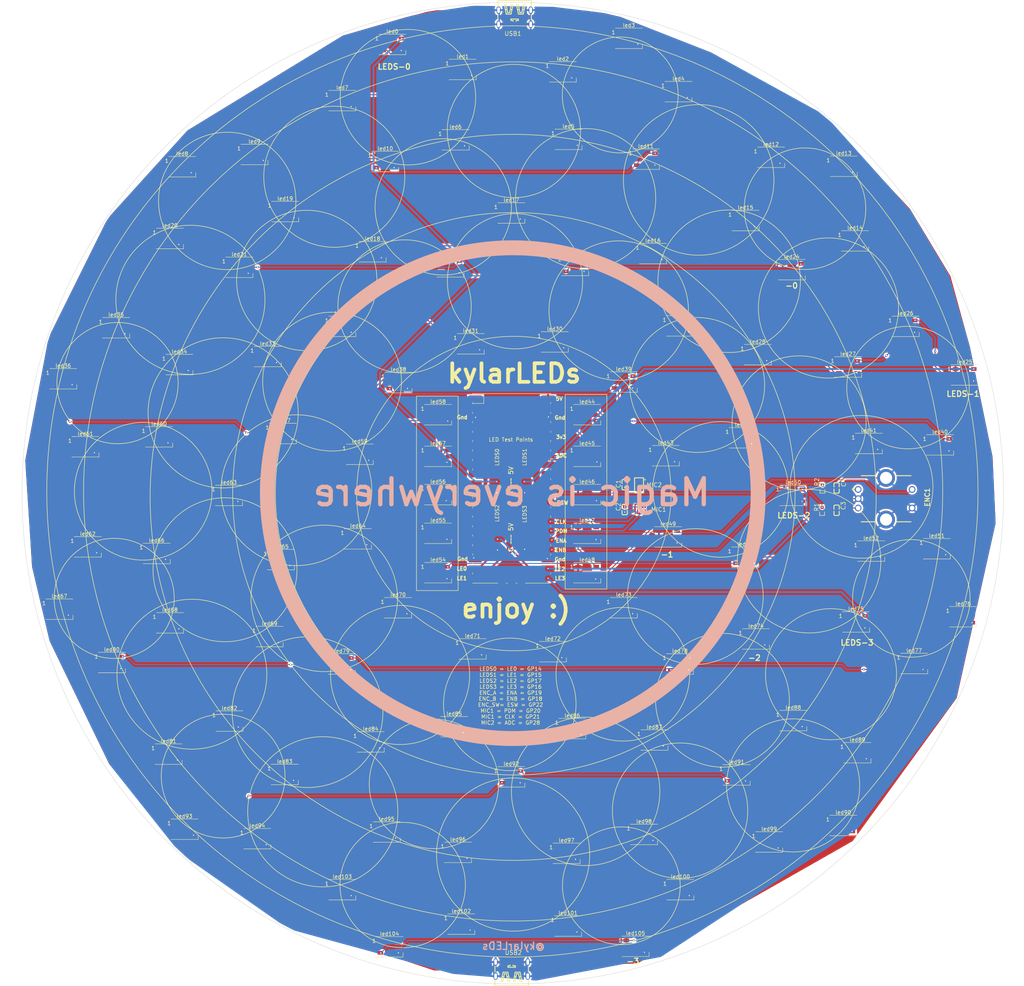
<source format=kicad_pcb>
(kicad_pcb (version 20211014) (generator pcbnew)
  (layers (0 "F.Cu" signal) (31 "B.Cu" signal) (34 "B.Paste" user) (35 "F.Paste" user) (36 "B.SilkS" user "B.Silkscreen") (37 "F.SilkS" user "F.Silkscreen") (38 "B.Mask" user) (39 "F.Mask" user) (44 "Edge.Cuts" user))
  (net 0 "")
  (net 1 "GND")
  (net 2 "5V")
  (net 3 "LINK03")
  (net 4 "LINK05")
  (net 5 "LINK06")
  (net 6 "LINK07")
  (net 7 "LINK08")
  (net 8 "LINK09")
  (net 9 "LINK10")
  (net 10 "LINK11")
  (net 11 "LINK12")
  (net 12 "LINK13")
  (net 13 "LINK14")
  (net 14 "LINK15")
  (net 15 "LINK16")
  (net 16 "LINK17")
  (net 17 "LINK18")
  (net 18 "LINK19")
  (net 19 "LINK20")
  (net 20 "LINK21")
  (net 21 "LINK22")
  (net 22 "LINK23")
  (net 23 "LINK24")
  (net 24 "LINK26")
  (net 25 "LINK27")
  (net 26 "LINK28")
  (net 27 "LINK29")
  (net 28 "LINK30")
  (net 29 "LINK31")
  (net 30 "LINK32")
  (net 31 "LINK33")
  (net 32 "LINK34")
  (net 33 "LINK35")
  (net 34 "LINK36")
  (net 35 "LINK37")
  (net 36 "LINK38")
  (net 37 "LINK39")
  (net 38 "LINK40")
  (net 39 "LINK41")
  (net 40 "LINK42")
  (net 41 "LINK43")
  (net 42 "LINK44")
  (net 43 "LINK47")
  (net 44 "LINK48")
  (net 45 "LINK49")
  (net 46 "LINK50")
  (net 47 "LINK51")
  (net 48 "LINK52")
  (net 49 "LINK57")
  (net 50 "LINK58")
  (net 51 "LINK59")
  (net 52 "LINK61")
  (net 53 "LINK62")
  (net 54 "LINK63")
  (net 55 "LINK64")
  (net 56 "LINK65")
  (net 57 "LINK66")
  (net 58 "LINK67")
  (net 59 "LINK68")
  (net 60 "LINK69")
  (net 61 "LINK70")
  (net 62 "LINK72")
  (net 63 "LINK73")
  (net 64 "LINK74")
  (net 65 "LINK75")
  (net 66 "LINK76")
  (net 67 "LINK77")
  (net 68 "LINK78")
  (net 69 "LINK79")
  (net 70 "LINK80")
  (net 71 "LINK81")
  (net 72 "LINK82")
  (net 73 "LINK83")
  (net 74 "LINK84")
  (net 75 "LINK85")
  (net 76 "LINK86")
  (net 77 "LINK87")
  (net 78 "LINK88")
  (net 79 "LINK89")
  (net 80 "LINK90")
  (net 81 "LINK91")
  (net 82 "LINK92")
  (net 83 "LINK93")
  (net 84 "LINK94")
  (net 85 "LINK95")
  (net 86 "LINK96")
  (net 87 "LINK97")
  (net 88 "LINK98")
  (net 89 "LINK99")
  (net 90 "LINK100")
  (net 91 "LINK04")
  (net 92 "LINK101")
  (net 93 "LINK01")
  (net 94 "LINK02")
  (net 95 "link_45_a")
  (net 96 "link_54_a")
  (net 97 "link_55_a")
  (net 98 "link_60_a")
  (net 99 "link_61_a")
  (net 100 "link_53_a")
  (net 101 "link_54_b")
  (net 102 "link_46_b")
  (net 103 "link_47_b")
  (net 104 "link_45_b")
  (net 105 "LEDS0")
  (net 106 "LEDS1")
  (net 107 "LEDS2")
  (net 108 "LEDS3")
  (net 109 "ENC_A")
  (net 110 "ENC_B")
  (net 111 "PDM_DATA")
  (net 112 "PDM_CLK")
  (net 113 "ENC_SW")
  (net 114 "3V3")
  (net 115 "ADC2")
  (net 116 "ENC_B_raw")
  (net 117 "ENC_A_raw")
  (footprint "LED_WS2812B_PLCC4_5.0x5.0mm_P3.2mm" (layer "F.Cu") (at 147.9 105.3)
    (fp_text reference "led44")
    (fp_text value "LED_WS2812B_PLCC4_5.0x5.0mm_P3.2mm")
  )
  (footprint "easyeda:C0603" (layer "F.Cu") (at 215 131 90)
    (fp_text reference "C3")
    (fp_text value "C0603" hide)
  )
  (footprint "LED_WS2812B_PLCC4_5.0x5.0mm_P3.2mm" (layer "F.Cu") (at 51.689 187.706)
    (fp_text reference "led82")
    (fp_text value "LED_WS2812B_PLCC4_5.0x5.0mm_P3.2mm")
  )
  (footprint "LED_WS2812B_PLCC4_5.0x5.0mm_P3.2mm" (layer "F.Cu") (at 190.373 143.637)
    (fp_text reference "led53")
    (fp_text value "LED_WS2812B_PLCC4_5.0x5.0mm_P3.2mm")
  )
  (footprint "LED_WS2812B_PLCC4_5.0x5.0mm_P3.2mm" (layer "F.Cu") (at 107.8 116.5)
    (fp_text reference "led57")
    (fp_text value "LED_WS2812B_PLCC4_5.0x5.0mm_P3.2mm")
  )
  (footprint "LED_WS2812B_PLCC4_5.0x5.0mm_P3.2mm" (layer "F.Cu") (at 51.562 127)
    (fp_text reference "led63")
    (fp_text value "LED_WS2812B_PLCC4_5.0x5.0mm_P3.2mm")
  )
  (footprint "MCU_RaspberryPi_and_Boards:RPi_Pico_SMD_TH_removes_novia" (layer "F.Cu") (at 127.6 125.1)
    (fp_text reference "U2" hide)
    (fp_text value "Pico")
  )
  (footprint "LED_WS2812B_PLCC4_5.0x5.0mm_P3.2mm" (layer "F.Cu") (at 97.028 157.226)
    (fp_text reference "led70")
    (fp_text value "LED_WS2812B_PLCC4_5.0x5.0mm_P3.2mm")
  )
  (footprint "LED_WS2812B_PLCC4_5.0x5.0mm_P3.2mm" (layer "F.Cu") (at 59.182 219.329)
    (fp_text reference "led94")
    (fp_text value "LED_WS2812B_PLCC4_5.0x5.0mm_P3.2mm")
  )
  (footprint "LED_WS2812B_PLCC4_5.0x5.0mm_P3.2mm" (layer "F.Cu") (at 112.522 31.369)
    (fp_text reference "led6")
    (fp_text value "LED_WS2812B_PLCC4_5.0x5.0mm_P3.2mm")
  )
  (footprint "LED_WS2812B_PLCC4_5.0x5.0mm_P3.2mm" (layer "F.Cu") (at 114.427 12.446)
    (fp_text reference "led1")
    (fp_text value "LED_WS2812B_PLCC4_5.0x5.0mm_P3.2mm")
  )
  (footprint "LED_WS2812B_PLCC4_5.0x5.0mm_P3.2mm" (layer "F.Cu") (at 203.327 127)
    (fp_text reference "led50")
    (fp_text value "LED_WS2812B_PLCC4_5.0x5.0mm_P3.2mm")
  )
  (footprint "LED_WS2812B_PLCC4_5.0x5.0mm_P3.2mm" (layer "F.Cu") (at 112.141 189.23)
    (fp_text reference "led85")
    (fp_text value "LED_WS2812B_PLCC4_5.0x5.0mm_P3.2mm")
  )
  (footprint "LED_WS2812B_PLCC4_5.0x5.0mm_P3.2mm" (layer "F.Cu") (at 65.532 144.272)
    (fp_text reference "led65")
    (fp_text value "LED_WS2812B_PLCC4_5.0x5.0mm_P3.2mm")
  )
  (footprint "LED_WS2812B_PLCC4_5.0x5.0mm_P3.2mm" (layer "F.Cu") (at 32.131 142.621)
    (fp_text reference "led66")
    (fp_text value "LED_WS2812B_PLCC4_5.0x5.0mm_P3.2mm")
  )
  (footprint "LED_WS2812B_PLCC4_5.0x5.0mm_P3.2mm" (layer "F.Cu") (at 147.9 147.8)
    (fp_text reference "led48")
    (fp_text value "LED_WS2812B_PLCC4_5.0x5.0mm_P3.2mm")
  )
  (footprint "LED_WS2812B_PLCC4_5.0x5.0mm_P3.2mm" (layer "F.Cu") (at 94.742 248.412)
    (fp_text reference "led104")
    (fp_text value "LED_WS2812B_PLCC4_5.0x5.0mm_P3.2mm")
  )
  (footprint "easyeda:R0603" (layer "F.Cu") (at 211.1 131 90)
    (fp_text reference "R1")
    (fp_text value "R0603" hide)
  )
  (footprint "kylarLEDs:ledstrip_3pin_10mm" (layer "F.Cu") (at 131 128.3 180)
    (fp_text reference "LEDS1")
    (fp_text value "ledstrip_3pin_10mm" hide)
  )
  (footprint "LED_WS2812B_PLCC4_5.0x5.0mm_P3.2mm" (layer "F.Cu") (at 172.974 233.045)
    (fp_text reference "led100")
    (fp_text value "LED_WS2812B_PLCC4_5.0x5.0mm_P3.2mm")
  )
  (footprint "easyeda:TYPE-C-SMD_TYPE-C-6P" (layer "F.Cu") (at 128.4 -1.612 180)
    (fp_text reference "USB1")
    (fp_text value "TYPE-C-SMD_TYPE-C-6P" hide)
  )
  (footprint "LED_WS2812B_PLCC4_5.0x5.0mm_P3.2mm" (layer "F.Cu") (at 82.042 233.045)
    (fp_text reference "led103")
    (fp_text value "LED_WS2812B_PLCC4_5.0x5.0mm_P3.2mm")
  )
  (footprint "LED_WS2812B_PLCC4_5.0x5.0mm_P3.2mm" (layer "F.Cu") (at 111.125 65.532)
    (fp_text reference "led22")
    (fp_text value "LED_WS2812B_PLCC4_5.0x5.0mm_P3.2mm")
  )
  (footprint "LED_WS2812B_PLCC4_5.0x5.0mm_P3.2mm" (layer "F.Cu") (at 143.891 189.738)
    (fp_text reference "led86")
    (fp_text value "LED_WS2812B_PLCC4_5.0x5.0mm_P3.2mm")
  )
  (footprint "LED_WS2812B_PLCC4_5.0x5.0mm_P3.2mm" (layer "F.Cu") (at 58.42 35.306)
    (fp_text reference "led9")
    (fp_text value "LED_WS2812B_PLCC4_5.0x5.0mm_P3.2mm")
  )
  (footprint "LED_WS2812B_PLCC4_5.0x5.0mm_P3.2mm" (layer "F.Cu") (at 233.553 81.534)
    (fp_text reference "led26")
    (fp_text value "LED_WS2812B_PLCC4_5.0x5.0mm_P3.2mm")
  )
  (footprint "LED_WS2812B_PLCC4_5.0x5.0mm_P3.2mm" (layer "F.Cu") (at 157.734 96.52)
    (fp_text reference "led39")
    (fp_text value "LED_WS2812B_PLCC4_5.0x5.0mm_P3.2mm")
  )
  (footprint "LED_WS2812B_PLCC4_5.0x5.0mm_P3.2mm" (layer "F.Cu") (at 39.624 216.789)
    (fp_text reference "led93")
    (fp_text value "LED_WS2812B_PLCC4_5.0x5.0mm_P3.2mm")
  )
  (footprint "LED_WS2812B_PLCC4_5.0x5.0mm_P3.2mm" (layer "F.Cu") (at 114.046 242.316)
    (fp_text reference "led102")
    (fp_text value "LED_WS2812B_PLCC4_5.0x5.0mm_P3.2mm")
  )
  (footprint "LED_WS2812B_PLCC4_5.0x5.0mm_P3.2mm" (layer "F.Cu") (at 249.047 159.639)
    (fp_text reference "led76")
    (fp_text value "LED_WS2812B_PLCC4_5.0x5.0mm_P3.2mm")
  )
  (footprint "LED_WS2812B_PLCC4_5.0x5.0mm_P3.2mm" (layer "F.Cu") (at 113.157 223.012)
    (fp_text reference "led96")
    (fp_text value "LED_WS2812B_PLCC4_5.0x5.0mm_P3.2mm")
  )
  (footprint "kylarLEDs:ledstrip_3pin_10mm" (layer "F.Cu") (at 123.8 143.6 180)
    (fp_text reference "LEDS2")
    (fp_text value "ledstrip_3pin_10mm" hide)
  )
  (footprint "kylarLEDs:ledstrip_3pin_10mm" (layer "F.Cu") (at 131.1 143.6 180)
    (fp_text reference "LEDS3")
    (fp_text value "ledstrip_3pin_10mm" hide)
  )
  (footprint "LED_WS2812B_PLCC4_5.0x5.0mm_P3.2mm" (layer "F.Cu") (at 172.847 81.407)
    (fp_text reference "led29")
    (fp_text value "LED_WS2812B_PLCC4_5.0x5.0mm_P3.2mm")
  )
  (footprint "LED_WS2812B_PLCC4_5.0x5.0mm_P3.2mm" (layer "F.Cu") (at 220.218 161.036)
    (fp_text reference "led75")
    (fp_text value "LED_WS2812B_PLCC4_5.0x5.0mm_P3.2mm")
  )
  (footprint "LED_WS2812B_PLCC4_5.0x5.0mm_P3.2mm" (layer "F.Cu") (at 218.059 92.456)
    (fp_text reference "led27")
    (fp_text value "LED_WS2812B_PLCC4_5.0x5.0mm_P3.2mm")
  )
  (footprint "SamacSys_Parts:PEC12R-4XXXF-SXXXX_court" (layer "F.Cu") (at 228.3 127.9 -90)
    (fp_text reference "ENC1")
    (fp_text value "PEC12R-4215F-S0024" hide)
  )
  (footprint "LED_WS2812B_PLCC4_5.0x5.0mm_P3.2mm" (layer "F.Cu") (at 224.282 141.986)
    (fp_text reference "led52")
    (fp_text value "LED_WS2812B_PLCC4_5.0x5.0mm_P3.2mm")
  )
  (footprint "LED_WS2812B_PLCC4_5.0x5.0mm_P3.2mm" (layer "F.Cu") (at 160.909 248.285)
    (fp_text reference "led105")
    (fp_text value "LED_WS2812B_PLCC4_5.0x5.0mm_P3.2mm")
  )
  (footprint "easyeda:C0603" (layer "F.Cu") (at 158 130.8 90)
    (fp_text reference "C2")
    (fp_text value "C0603" hide)
  )
  (footprint "LED_WS2812B_PLCC4_5.0x5.0mm_P3.2mm" (layer "F.Cu") (at 142.875 31.242)
    (fp_text reference "led5")
    (fp_text value "LED_WS2812B_PLCC4_5.0x5.0mm_P3.2mm")
  )
  (footprint "LED_WS2812B_PLCC4_5.0x5.0mm_P3.2mm" (layer "F.Cu") (at 203.327 187.579)
    (fp_text reference "led88")
    (fp_text value "LED_WS2812B_PLCC4_5.0x5.0mm_P3.2mm")
  )
  (footprint "LED_WS2812B_PLCC4_5.0x5.0mm_P3.2mm" (layer "F.Cu") (at 116.586 86.233)
    (fp_text reference "led31")
    (fp_text value "LED_WS2812B_PLCC4_5.0x5.0mm_P3.2mm")
  )
  (footprint "LED_WS2812B_PLCC4_5.0x5.0mm_P3.2mm" (layer "F.Cu") (at 188.087 202.184)
    (fp_text reference "led91")
    (fp_text value "LED_WS2812B_PLCC4_5.0x5.0mm_P3.2mm")
  )
  (footprint "LED_WS2812B_PLCC4_5.0x5.0mm_P3.2mm" (layer "F.Cu") (at 32.766 111.252)
    (fp_text reference "led60")
    (fp_text value "LED_WS2812B_PLCC4_5.0x5.0mm_P3.2mm")
  )
  (footprint "LED_WS2812B_PLCC4_5.0x5.0mm_P3.2mm" (layer "F.Cu") (at 242.824 113.411)
    (fp_text reference "led40")
    (fp_text value "LED_WS2812B_PLCC4_5.0x5.0mm_P3.2mm")
  )
  (footprint "LED_WS2812B_PLCC4_5.0x5.0mm_P3.2mm" (layer "F.Cu") (at 249.428 94.615)
    (fp_text reference "led25")
    (fp_text value "LED_WS2812B_PLCC4_5.0x5.0mm_P3.2mm")
  )
  (footprint "LED_WS2812B_PLCC4_5.0x5.0mm_P3.2mm" (layer "F.Cu") (at 61.976 89.662)
    (fp_text reference "led33")
    (fp_text value "LED_WS2812B_PLCC4_5.0x5.0mm_P3.2mm")
  )
  (footprint "LED_WS2812B_PLCC4_5.0x5.0mm_P3.2mm" (layer "F.Cu") (at 172.466 18.415)
    (fp_text reference "led4")
    (fp_text value "LED_WS2812B_PLCC4_5.0x5.0mm_P3.2mm")
  )
  (footprint "LED_WS2812B_PLCC4_5.0x5.0mm_P3.2mm" (layer "F.Cu") (at 38.227 91.821)
    (fp_text reference "led34")
    (fp_text value "LED_WS2812B_PLCC4_5.0x5.0mm_P3.2mm")
  )
  (footprint "LED_WS2812B_PLCC4_5.0x5.0mm_P3.2mm" (layer "F.Cu") (at 189.738 111.506)
    (fp_text reference "led42")
    (fp_text value "LED_WS2812B_PLCC4_5.0x5.0mm_P3.2mm")
  )
  (footprint "LED_WS2812B_PLCC4_5.0x5.0mm_P3.2mm" (layer "F.Cu") (at 144.653 65.151)
    (fp_text reference "led23")
    (fp_text value "LED_WS2812B_PLCC4_5.0x5.0mm_P3.2mm")
  )
  (footprint "LED_WS2812B_PLCC4_5.0x5.0mm_P3.2mm" (layer "F.Cu") (at 165.989 192.786)
    (fp_text reference "led87")
    (fp_text value "LED_WS2812B_PLCC4_5.0x5.0mm_P3.2mm")
  )
  (footprint "LED_WS2812B_PLCC4_5.0x5.0mm_P3.2mm" (layer "F.Cu") (at 223.647 113.03)
    (fp_text reference "led41")
    (fp_text value "LED_WS2812B_PLCC4_5.0x5.0mm_P3.2mm")
  )
  (footprint "easyeda:R0603" (layer "F.Cu") (at 211.2 125 90)
    (fp_text reference "R2")
    (fp_text value "R0603" hide)
  )
  (footprint "LED_WS2812B_PLCC4_5.0x5.0mm_P3.2mm" (layer "F.Cu") (at 138.684 169.037)
    (fp_text reference "led72")
    (fp_text value "LED_WS2812B_PLCC4_5.0x5.0mm_P3.2mm")
  )
  (footprint "LED_WS2812B_PLCC4_5.0x5.0mm_P3.2mm" (layer "F.Cu") (at 139.192 85.725)
    (fp_text reference "led30")
    (fp_text value "LED_WS2812B_PLCC4_5.0x5.0mm_P3.2mm")
  )
  (footprint "easyeda:C0603" (layer "F.Cu") (at 215 125 90)
    (fp_text reference "C4")
    (fp_text value "C0603" hide)
  )
  (footprint "LED_WS2812B_PLCC4_5.0x5.0mm_P3.2mm" (layer "F.Cu") (at 127.508 51.054)
    (fp_text reference "led17")
    (fp_text value "LED_WS2812B_PLCC4_5.0x5.0mm_P3.2mm")
  )
  (footprint "LED_WS2812B_PLCC4_5.0x5.0mm_P3.2mm" (layer "F.Cu") (at 127.508 202.692)
    (fp_text reference "led92")
    (fp_text value "LED_WS2812B_PLCC4_5.0x5.0mm_P3.2mm")
  )
  (footprint "LED_WS2812B_PLCC4_5.0x5.0mm_P3.2mm" (layer "F.Cu") (at 157.734 157.226)
    (fp_text reference "led73")
    (fp_text value "LED_WS2812B_PLCC4_5.0x5.0mm_P3.2mm")
  )
  (footprint "LED_WS2812B_PLCC4_5.0x5.0mm_P3.2mm" (layer "F.Cu") (at 107.8 105.3)
    (fp_text reference "led58")
    (fp_text value "LED_WS2812B_PLCC4_5.0x5.0mm_P3.2mm")
  )
  (footprint "LED_WS2812B_PLCC4_5.0x5.0mm_P3.2mm" (layer "F.Cu") (at 97.155 96.647)
    (fp_text reference "led38")
    (fp_text value "LED_WS2812B_PLCC4_5.0x5.0mm_P3.2mm")
  )
  (footprint "LED_WS2812B_PLCC4_5.0x5.0mm_P3.2mm" (layer "F.Cu") (at 6.985 95.631)
    (fp_text reference "led36")
    (fp_text value "LED_WS2812B_PLCC4_5.0x5.0mm_P3.2mm")
  )
  (footprint "LED_WS2812B_PLCC4_5.0x5.0mm_P3.2mm" (layer "F.Cu") (at 13.589 140.843)
    (fp_text reference "led62")
    (fp_text value "LED_WS2812B_PLCC4_5.0x5.0mm_P3.2mm")
  )
  (footprint "LED_WS2812B_PLCC4_5.0x5.0mm_P3.2mm" (layer "F.Cu") (at 219.964 58.547)
    (fp_text reference "led14")
    (fp_text value "LED_WS2812B_PLCC4_5.0x5.0mm_P3.2mm")
  )
  (footprint "LED_WS2812B_PLCC4_5.0x5.0mm_P3.2mm" (layer "F.Cu") (at 35.687 57.912)
    (fp_text reference "led20")
    (fp_text value "LED_WS2812B_PLCC4_5.0x5.0mm_P3.2mm")
  )
  (footprint "LED_WS2812B_PLCC4_5.0x5.0mm_P3.2mm" (layer "F.Cu") (at 169.037 116.332)
    (fp_text reference "led43")
    (fp_text value "LED_WS2812B_PLCC4_5.0x5.0mm_P3.2mm")
  )
  (footprint "easyeda:TYPE-C-SMD_TYPE-C-6P" (layer "F.Cu") (at 127.6 254.412)
    (fp_text reference "USB2")
    (fp_text value "TYPE-C-SMD_TYPE-C-6P" hide)
  )
  (footprint "LED_WS2812B_PLCC4_5.0x5.0mm_P3.2mm" (layer "F.Cu") (at 216.916 38.481)
    (fp_text reference "led13")
    (fp_text value "LED_WS2812B_PLCC4_5.0x5.0mm_P3.2mm")
  )
  (footprint "LED_WS2812B_PLCC4_5.0x5.0mm_P3.2mm" (layer "F.Cu") (at 165.608 61.976)
    (fp_text reference "led16")
    (fp_text value "LED_WS2812B_PLCC4_5.0x5.0mm_P3.2mm")
  )
  (footprint "LED_WS2812B_PLCC4_5.0x5.0mm_P3.2mm" (layer "F.Cu") (at 5.969 157.607)
    (fp_text reference "led67")
    (fp_text value "LED_WS2812B_PLCC4_5.0x5.0mm_P3.2mm")
  )
  (footprint "LED_WS2812B_PLCC4_5.0x5.0mm_P3.2mm" (layer "F.Cu") (at 62.484 164.973)
    (fp_text reference "led69")
    (fp_text value "LED_WS2812B_PLCC4_5.0x5.0mm_P3.2mm")
  )
  (footprint "LED_WS2812B_PLCC4_5.0x5.0mm_P3.2mm" (layer "F.Cu") (at 82.042 81.534)
    (fp_text reference "led32")
    (fp_text value "LED_WS2812B_PLCC4_5.0x5.0mm_P3.2mm")
  )
  (footprint "kylarLEDs:ledstrip_3pin_10mm" (layer "F.Cu") (at 123.6 128.3 180)
    (fp_text reference "LEDS0")
    (fp_text value "ledstrip_3pin_10mm" hide)
  )
  (footprint "LED_WS2812B_PLCC4_5.0x5.0mm_P3.2mm" (layer "F.Cu") (at 142.367 223.266)
    (fp_text reference "led97")
    (fp_text value "LED_WS2812B_PLCC4_5.0x5.0mm_P3.2mm")
  )
  (footprint "LED_WS2812B_PLCC4_5.0x5.0mm_P3.2mm" (layer "F.Cu") (at 163.703 36.576)
    (fp_text reference "led11")
    (fp_text value "LED_WS2812B_PLCC4_5.0x5.0mm_P3.2mm")
  )
  (footprint "LED_WS2812B_PLCC4_5.0x5.0mm_P3.2mm" (layer "F.Cu") (at 21.209 81.915)
    (fp_text reference "led35")
    (fp_text value "LED_WS2812B_PLCC4_5.0x5.0mm_P3.2mm")
  )
  (footprint "LED_WS2812B_PLCC4_5.0x5.0mm_P3.2mm" (layer "F.Cu") (at 93.98 217.551)
    (fp_text reference "led95")
    (fp_text value "LED_WS2812B_PLCC4_5.0x5.0mm_P3.2mm")
  )
  (footprint "LED_WS2812B_PLCC4_5.0x5.0mm_P3.2mm" (layer "F.Cu") (at 142.748 242.824)
    (fp_text reference "led101")
    (fp_text value "LED_WS2812B_PLCC4_5.0x5.0mm_P3.2mm")
  )
  (footprint "LED_WS2812B_PLCC4_5.0x5.0mm_P3.2mm" (layer "F.Cu") (at 20.066 171.958)
    (fp_text reference "led80")
    (fp_text value "LED_WS2812B_PLCC4_5.0x5.0mm_P3.2mm")
  )
  (footprint "LED_WS2812B_PLCC4_5.0x5.0mm_P3.2mm" (layer "F.Cu") (at 172.847 172.339)
    (fp_text reference "led78")
    (fp_text value "LED_WS2812B_PLCC4_5.0x5.0mm_P3.2mm")
  )
  (footprint "LED_WS2812B_PLCC4_5.0x5.0mm_P3.2mm" (layer "F.Cu") (at 81.915 172.339)
    (fp_text reference "led79")
    (fp_text value "LED_WS2812B_PLCC4_5.0x5.0mm_P3.2mm")
  )
  (footprint "LED_WS2812B_PLCC4_5.0x5.0mm_P3.2mm" (layer "F.Cu") (at 66.675 50.673)
    (fp_text reference "led19")
    (fp_text value "LED_WS2812B_PLCC4_5.0x5.0mm_P3.2mm")
  )
  (footprint "LED_WS2812B_PLCC4_5.0x5.0mm_P3.2mm" (layer "F.Cu") (at 202.946 66.294)
    (fp_text reference "led24")
    (fp_text value "LED_WS2812B_PLCC4_5.0x5.0mm_P3.2mm")
  )
  (footprint "LED_WS2812B_PLCC4_5.0x5.0mm_P3.2mm" (layer "F.Cu") (at 38.989 38.608)
    (fp_text reference "led8")
    (fp_text value "LED_WS2812B_PLCC4_5.0x5.0mm_P3.2mm")
  )
  (footprint "LED_WS2812B_PLCC4_5.0x5.0mm_P3.2mm" (layer "F.Cu") (at 159.131 4.064)
    (fp_text reference "led3")
    (fp_text value "LED_WS2812B_PLCC4_5.0x5.0mm_P3.2mm")
  )
  (footprint "LED_WS2812B_PLCC4_5.0x5.0mm_P3.2mm" (layer "F.Cu") (at 220.599 196.215)
    (fp_text reference "led89")
    (fp_text value "LED_WS2812B_PLCC4_5.0x5.0mm_P3.2mm")
  )
  (footprint "LED_WS2812B_PLCC4_5.0x5.0mm_P3.2mm" (layer "F.Cu") (at 235.839 172.212)
    (fp_text reference "led77")
    (fp_text value "LED_WS2812B_PLCC4_5.0x5.0mm_P3.2mm")
  )
  (footprint "LED_WS2812B_PLCC4_5.0x5.0mm_P3.2mm" (layer "F.Cu") (at 196.85 220.218)
    (fp_text reference "led99")
    (fp_text value "LED_WS2812B_PLCC4_5.0x5.0mm_P3.2mm")
  )
  (footprint "LED_WS2812B_PLCC4_5.0x5.0mm_P3.2mm" (layer "F.Cu") (at 90.17 61.468)
    (fp_text reference "led18")
    (fp_text value "LED_WS2812B_PLCC4_5.0x5.0mm_P3.2mm")
  )
  (footprint "LED_WS2812B_PLCC4_5.0x5.0mm_P3.2mm" (layer "F.Cu") (at 93.599 37.211)
    (fp_text reference "led10")
    (fp_text value "LED_WS2812B_PLCC4_5.0x5.0mm_P3.2mm")
  )
  (footprint "LED_WS2812B_PLCC4_5.0x5.0mm_P3.2mm" (layer "F.Cu") (at 193.294 165.608)
    (fp_text reference "led74")
    (fp_text value "LED_WS2812B_PLCC4_5.0x5.0mm_P3.2mm")
  )
  (footprint "LED_WS2812B_PLCC4_5.0x5.0mm_P3.2mm" (layer "F.Cu") (at 95.504 5.715)
    (fp_text reference "led0")
    (fp_text value "LED_WS2812B_PLCC4_5.0x5.0mm_P3.2mm")
  )
  (footprint "LED_WS2812B_PLCC4_5.0x5.0mm_P3.2mm" (layer "F.Cu") (at 66.04 110.363)
    (fp_text reference "led37")
    (fp_text value "LED_WS2812B_PLCC4_5.0x5.0mm_P3.2mm")
  )
  (footprint "LED_WS2812B_PLCC4_5.0x5.0mm_P3.2mm" (layer "F.Cu") (at 117.094 168.275)
    (fp_text reference "led71")
    (fp_text value "LED_WS2812B_PLCC4_5.0x5.0mm_P3.2mm")
  )
  (footprint "LED_WS2812B_PLCC4_5.0x5.0mm_P3.2mm" (layer "F.Cu") (at 107.8 126.8)
    (fp_text reference "led56")
    (fp_text value "LED_WS2812B_PLCC4_5.0x5.0mm_P3.2mm")
  )
  (footprint "easyeda:C0603" (layer "F.Cu") (at 158 124.1 90)
    (fp_text reference "C1")
    (fp_text value "C0603" hide)
  )
  (footprint "LED_WS2812B_PLCC4_5.0x5.0mm_P3.2mm" (layer "F.Cu") (at 169.672 138.176)
    (fp_text reference "led49")
    (fp_text value "LED_WS2812B_PLCC4_5.0x5.0mm_P3.2mm")
  )
  (footprint "LED_WS2812B_PLCC4_5.0x5.0mm_P3.2mm" (layer "F.Cu") (at 190.5 53.086)
    (fp_text reference "led15")
    (fp_text value "LED_WS2812B_PLCC4_5.0x5.0mm_P3.2mm")
  )
  (footprint "LED_WS2812B_PLCC4_5.0x5.0mm_P3.2mm" (layer "F.Cu") (at 35.687 161.29)
    (fp_text reference "led68")
    (fp_text value "LED_WS2812B_PLCC4_5.0x5.0mm_P3.2mm")
  )
  (footprint "LED_WS2812B_PLCC4_5.0x5.0mm_P3.2mm" (layer "F.Cu") (at 163.195 218.186)
    (fp_text reference "led98")
    (fp_text value "LED_WS2812B_PLCC4_5.0x5.0mm_P3.2mm")
  )
  (footprint "LED_WS2812B_PLCC4_5.0x5.0mm_P3.2mm" (layer "F.Cu") (at 89.662 193.294)
    (fp_text reference "led84")
    (fp_text value "LED_WS2812B_PLCC4_5.0x5.0mm_P3.2mm")
  )
  (footprint "easyeda:MIC-SMD_4P-L3.8-W2.3-P2.66-BR" (layer "F.Cu") (at 161.8635 124.284)
    (fp_text reference "MIC2")
    (fp_text value "MIC-SMD_4P-L3.8-W2.3-P2.66-BR" hide)
  )
  (footprint "LED_WS2812B_PLCC4_5.0x5.0mm_P3.2mm" (layer "F.Cu") (at 147.9 137.2)
    (fp_text reference "led47")
    (fp_text value "LED_WS2812B_PLCC4_5.0x5.0mm_P3.2mm")
  )
  (footprint "LED_WS2812B_PLCC4_5.0x5.0mm_P3.2mm" (layer "F.Cu") (at 197.358 36.068)
    (fp_text reference "led12")
    (fp_text value "LED_WS2812B_PLCC4_5.0x5.0mm_P3.2mm")
  )
  (footprint "LED_WS2812B_PLCC4_5.0x5.0mm_P3.2mm" (layer "F.Cu") (at 86.741 115.951)
    (fp_text reference "led59")
    (fp_text value "LED_WS2812B_PLCC4_5.0x5.0mm_P3.2mm")
  )
  (footprint "LED_WS2812B_PLCC4_5.0x5.0mm_P3.2mm" (layer "F.Cu") (at 141.351 13.081)
    (fp_text reference "led2")
    (fp_text value "LED_WS2812B_PLCC4_5.0x5.0mm_P3.2mm")
  )
  (footprint "LED_WS2812B_PLCC4_5.0x5.0mm_P3.2mm" (layer "F.Cu") (at 35.306 196.596)
    (fp_text reference "led81")
    (fp_text value "LED_WS2812B_PLCC4_5.0x5.0mm_P3.2mm")
  )
  (footprint "LED_WS2812B_PLCC4_5.0x5.0mm_P3.2mm" (layer "F.Cu") (at 82.042 20.828)
    (fp_text reference "led7")
    (fp_text value "LED_WS2812B_PLCC4_5.0x5.0mm_P3.2mm")
  )
  (footprint "LED_WS2812B_PLCC4_5.0x5.0mm_P3.2mm" (layer "F.Cu") (at 147.9 126.8)
    (fp_text reference "led46")
    (fp_text value "LED_WS2812B_PLCC4_5.0x5.0mm_P3.2mm")
  )
  (footprint "LED_WS2812B_PLCC4_5.0x5.0mm_P3.2mm" (layer "F.Cu") (at 241.935 141.351)
    (fp_text reference "led51")
    (fp_text value "LED_WS2812B_PLCC4_5.0x5.0mm_P3.2mm")
  )
  (footprint "LED_WS2812B_PLCC4_5.0x5.0mm_P3.2mm" (layer "F.Cu") (at 12.954 113.919)
    (fp_text reference "led61")
    (fp_text value "LED_WS2812B_PLCC4_5.0x5.0mm_P3.2mm")
  )
  (footprint "easyeda:MIC-SMD_8P-L3.0-W4.0-P0.85-BL" (layer "F.Cu") (at 162.5 130.6)
    (fp_text reference "MIC1")
    (fp_text value "MIC-SMD_8P-L3.0-W4.0-P0.85-BL" hide)
  )
  (footprint "LED_WS2812B_PLCC4_5.0x5.0mm_P3.2mm" (layer "F.Cu") (at 216.789 215.773)
    (fp_text reference "led90")
    (fp_text value "LED_WS2812B_PLCC4_5.0x5.0mm_P3.2mm")
  )
  (footprint "LED_WS2812B_PLCC4_5.0x5.0mm_P3.2mm" (layer "F.Cu") (at 147.9 116.5)
    (fp_text reference "led45")
    (fp_text value "LED_WS2812B_PLCC4_5.0x5.0mm_P3.2mm")
  )
  (footprint "LED_WS2812B_PLCC4_5.0x5.0mm_P3.2mm" (layer "F.Cu") (at 86.233 138.684)
    (fp_text reference "led64")
    (fp_text value "LED_WS2812B_PLCC4_5.0x5.0mm_P3.2mm")
  )
  (footprint "LED_WS2812B_PLCC4_5.0x5.0mm_P3.2mm" (layer "F.Cu") (at 107.8 137.2)
    (fp_text reference "led55")
    (fp_text value "LED_WS2812B_PLCC4_5.0x5.0mm_P3.2mm")
  )
  (footprint "LED_WS2812B_PLCC4_5.0x5.0mm_P3.2mm" (layer "F.Cu") (at 107.8 147.8)
    (fp_text reference "led54")
    (fp_text value "LED_WS2812B_PLCC4_5.0x5.0mm_P3.2mm")
  )
  (footprint "LED_WS2812B_PLCC4_5.0x5.0mm_P3.2mm" (layer "F.Cu") (at 193.802 89.154)
    (fp_text reference "led28")
    (fp_text value "LED_WS2812B_PLCC4_5.0x5.0mm_P3.2mm")
  )
  (footprint "LED_WS2812B_PLCC4_5.0x5.0mm_P3.2mm" (layer "F.Cu") (at 54.356 65.659)
    (fp_text reference "led21")
    (fp_text value "LED_WS2812B_PLCC4_5.0x5.0mm_P3.2mm")
  )
  (footprint "LED_WS2812B_PLCC4_5.0x5.0mm_P3.2mm" (layer "F.Cu") (at 66.548 202.057)
    (fp_text reference "led83")
    (fp_text value "LED_WS2812B_PLCC4_5.0x5.0mm_P3.2mm")
  )
  (gr_circle (center 127.9 126.4) (end 193.9 126.4) (layer "B.SilkS") (width 4) (fill none))
  (gr_circle (center 221.7 124.7) (end 202.9 128.6) (layer "F.SilkS") (width 0.15) (fill none))
  (gr_circle (center 206.5 49.9) (end 217.6 37.9) (layer "F.SilkS") (width 0.15) (fill none))
  (gr_circle (center 50 202.5) (end 66.6 203.7) (layer "F.SilkS") (width 0.15) (fill none))
  (gr_circle (center 128 127.531547) (end 135.7 30.2) (layer "F.SilkS") (width 0.15) (fill none))
  (gr_circle (center 128.2 29) (end 127.3 46.9) (layer "F.SilkS") (width 0.15) (fill none))
  (gr_circle (center 41.6 175.1) (end 59.1 165.1) (layer "F.SilkS") (width 0.15) (fill none))
  (gr_rect (start 142 99.9) (end 153.2 152.2) (layer "F.SilkS") (width 0.15) (fill none))
  (gr_circle (center 235.1 154.7) (end 248.9 162.4) (layer "F.SilkS") (width 0.15) (fill none))
  (gr_circle (center 50 104.8) (end 60.9 87.8) (layer "F.SilkS") (width 0.15) (fill none))
  (gr_circle (center 147.5 47.2) (end 164.8 39.7) (layer "F.SilkS") (width 0.15) (fill none))
  (gr_circle (center 21.6 96.8) (end 32.3 109.1) (layer "F.SilkS") (width 0.15) (fill none))
  (gr_circle (center 156.4 77.3) (end 172.2 67.2) (layer "F.SilkS") (width 0.15) (fill none))
  (gr_circle (center 128.5 69.4) (end 146.4 66.2) (layer "F.SilkS") (width 0.15) (fill none))
  (gr_circle (center 212.8 76.6) (end 196.3 85.7) (layer "F.SilkS") (width 0.15) (fill none))
  (gr_circle (center 128 223.6) (end 128 203) (layer "F.SilkS") (width 0.15) (fill none))
  (gr_circle (center 128.2 126.5) (end 132.1 84.4) (layer "F.SilkS") (width 0.15) (fill none))
  (gr_circle (center 184.3 182.1) (end 193.6 166.7) (layer "F.SilkS") (width 0.15) (fill none))
  (gr_circle (center 99.7 19.9) (end 110.6 34.5) (layer "F.SilkS") (width 0.15) (fill none))
  (gr_circle (center 213.5 175.1) (end 197.9 166.9) (layer "F.SilkS") (width 0.15) (fill none))
  (gr_circle (center 50.5 147) (end 52 127.7) (layer "F.SilkS") (width 0.15) (fill none))
  (gr_circle (center 177.5 97.3) (end 187.7 112.3) (layer "F.SilkS") (width 0.15) (fill none))
  (gr_circle (center 172.9 211.8) (end 164.8 195.5) (layer "F.SilkS") (width 0.15) (fill none))
  (gr_rect (start 102 100.3) (end 113.2 152.6) (layer "F.SilkS") (width 0.15) (fill none))
  (gr_circle (center 127.8 125.934704) (end 158.4 4.5) (layer "F.SilkS") (width 0.15) (fill none))
  (gr_circle (center 203.3 205) (end 203.5 187.1) (layer "F.SilkS") (width 0.15) (fill none))
  (gr_circle (center 186.1 69.4) (end 205.1 66.9) (layer "F.SilkS") (width 0.15) (fill none))
  (gr_circle (center 156.8 19.3) (end 158.4 3.8) (layer "F.SilkS") (width 0.15) (fill none))
  (gr_circle (center 207.6 144.7) (end 226.5 140.8) (layer "F.SilkS") (width 0.15) (fill none))
  (gr_circle (center 128.2 126.560275) (end 134.6 51.2) (layer "F.SilkS") (width 0.15) (fill none))
  (gr_circle (center 177 154.2) (end 192 143.8) (layer "F.SilkS") (width 0.15) (fill none))
  (gr_circle (center 127.1 183.2) (end 142.3 173.9) (layer "F.SilkS") (width 0.15) (fill none))
  (gr_circle (center 20.7 154.7) (end 35 162.2) (layer "F.SilkS") (width 0.15) (fill none))
  (gr_circle (center 128 125.934704) (end 151.9 12.899055) (layer "F.SilkS") (width 0.15) (fill none))
  (gr_circle (center 72.5 69.2) (end 67.5 51) (layer "F.SilkS") (width 0.15) (fill none))
  (gr_circle (center 28.5 125.9) (end 47 125.4) (layer "F.SilkS") (width 0.15) (fill none))
  (gr_circle (center 128.7 126.380255) (end 135.7 62.1) (layer "F.SilkS") (width 0.15) (fill none))
  (gr_circle (center 147.5 206.6) (end 165.7 198.4) (layer "F.SilkS") (width 0.15) (fill none))
  (gr_circle (center 109.2 49.4) (end 112.1 31.3) (layer "F.SilkS") (width 0.15) (fill none))
  (gr_circle (center 51.1 47.8) (end 61.6 63) (layer "F.SilkS") (width 0.15) (fill none))
  (gr_circle (center 234.2 98) (end 232.6 81.6) (layer "F.SilkS") (width 0.15) (fill none))
  (gr_circle (center 204.9 107.5) (end 219.9 97.5) (layer "F.SilkS") (width 0.15) (fill none))
  (gr_circle (center 157.1 232) (end 163.9 217.7) (layer "F.SilkS") (width 0.15) (fill none))
  (gr_circle (center 41.2 74.4) (end 57.9 85.5) (layer "F.SilkS") (width 0.15) (fill none))
  (gr_circle (center 177.9 42.153272) (end 166.6 58.953272) (layer "F.SilkS") (width 0.15) (fill none))
  (gr_circle (center 79.9 41.3) (end 87.9 58.5) (layer "F.SilkS") (width 0.15) (fill none))
  (gr_circle (center 77.2 154.7) (end 96.9 154.9) (layer "F.SilkS") (width 0.15) (fill none))
  (gr_circle (center 157.5 175.1) (end 175.4 173.5) (layer "F.SilkS") (width 0.15) (fill none))
  (gr_circle (center 79.3 96.4) (end 97.9 94.8) (layer "F.SilkS") (width 0.15) (fill none))
  (gr_circle (center 106.7 204.6) (end 112.8 220.9) (layer "F.SilkS") (width 0.15) (fill none))
  (gr_circle (center 72.7 185.3) (end 65.9 166.2) (layer "F.SilkS") (width 0.15) (fill none))
  (gr_circle (center 98.8 76.2) (end 114.9 84.1) (layer "F.SilkS") (width 0.15) (fill none))
  (gr_circle (center 98.3 231.8) (end 113.5 224.5) (layer "F.SilkS") (width 0.15) (fill none))
  (gr_circle (center 183.8 125.4) (end 202 124.5) (layer "F.SilkS") (width 0.15) (fill none))
  (gr_circle (center 76.8 212.1) (end 88.3 195.5) (layer "F.SilkS") (width 0.15) (fill none))
  (gr_circle (center 69.7 125.6) (end 87.4 115.7) (layer "F.SilkS") (width 0.15) (fill none))
  (gr_circle (center 97.6 175.3) (end 115.1 181.9) (layer "F.SilkS") (width 0.15) (fill none))
  (gr_circle (center 127.9 126.4) (end 259.9 126.4) (layer "Edge.Cuts") (width 0.1) (fill none))
  (gr_text "@kylarLEDs" (at 128.1 248.2) (layer "B.SilkS") (effects (font (size 2 2) (thickness 0.33)) (justify mirror)))
  (gr_text "Magic is everywhere" (at 127.6 126.2) (layer "B.SilkS") (effects (font (size 7 7) (thickness 1.15)) (justify mirror)))
  (gr_text "-3" (at 160.2 252.3) (layer "F.SilkS") (effects (font (size 1.5 1.5) (thickness 0.3))))
  (gr_text "kylarLEDs" (at 128.3 94.2) (layer "F.SilkS") (effects (font (size 5 5) (thickness 1))))
  (gr_text "5V" (at 140.4 101) (layer "F.SilkS") (effects (font (size 1 1) (thickness 0.25))))
  (gr_text "Gnd" (at 140.6 144.2) (layer "F.SilkS") (effects (font (size 1 1) (thickness 0.25))))
  (gr_text "ENB" (at 140.8 141.7) (layer "F.SilkS") (effects (font (size 1 1) (thickness 0.25))))
  (gr_text "LE0" (at 114.2 146.7) (layer "F.SilkS") (effects (font (size 1 1) (thickness 0.25))))
  (gr_text "LEDS0 = LE0 = GP14\nLEDS1 = LE1 = GP15\nLEDS2 = LE2 = GP17\nLEDS3 = LE3 = GP16\nENC_A = ENA = GP19\nENC_B = ENB = GP18\nENC_SW= ESW = GP22\nMIC1 = PDM = GP20\nMIC1 = CLK = GP21\nMIC2 = ADC = GP28" (at 127.3 180.9) (layer "F.SilkS") (effects (font (size 1 1))))
  (gr_text "Gnd" (at 140.6 106.1) (layer "F.SilkS") (effects (font (size 1 1) (thickness 0.25))))
  (gr_text "LED Test Points" (at 127.4 112) (layer "F.SilkS") (effects (font (size 1 1))))
  (gr_text "LEDS-2" (at 203.5 132.4) (layer "F.SilkS") (effects (font (size 1.5 1.5) (thickness 0.3))))
  (gr_text "PDM" (at 141 136.6) (layer "F.SilkS") (effects (font (size 1 1) (thickness 0.25))))
  (gr_text "Gnd" (at 114.3 106) (layer "F.SilkS") (effects (font (size 1 1) (thickness 0.25))))
  (gr_text "ADC" (at 141 116.3) (layer "F.SilkS") (effects (font (size 1 1) (thickness 0.25))))
  (gr_text "LE3" (at 140.6 149.3) (layer "F.SilkS") (effects (font (size 1 1) (thickness 0.25))))
  (gr_text "G ~~~ 5V" (at 127.4 138.3 90) (layer "F.SilkS") (effects (font (size 1.2 1.2) (thickness 0.2))))
  (gr_text "LEDS-1" (at 249 99.7) (layer "F.SilkS") (effects (font (size 1.5 1.5) (thickness 0.3))))
  (gr_text "LE1" (at 114.2 149.3) (layer "F.SilkS") (effects (font (size 1 1) (thickness 0.25))))
  (gr_text "enjoy :)" (at 128.8 157.4) (layer "F.SilkS") (effects (font (size 5 5) (thickness 1))))
  (gr_text "G ~~~ 5V" (at 127.4 123.1 90) (layer "F.SilkS") (effects (font (size 1.2 1.2) (thickness 0.2))))
  (gr_text "LEDS-0" (at 96 11.7) (layer "F.SilkS") (effects (font (size 1.5 1.5) (thickness 0.3))))
  (gr_text "Gnd" (at 114.4 144.1) (layer "F.SilkS") (effects (font (size 1 1) (thickness 0.25))))
  (gr_text "-0" (at 202.9 70.6) (layer "F.SilkS") (effects (font (size 1.5 1.5) (thickness 0.3))))
  (gr_text "ESW" (at 141.3 129) (layer "F.SilkS") (effects (font (size 1 1) (thickness 0.25))))
  (gr_text "ENA" (at 140.9 139.2) (layer "F.SilkS") (effects (font (size 1 1) (thickness 0.25))))
  (gr_text "-1" (at 169.4 142.9) (layer "F.SilkS") (effects (font (size 1.5 1.5) (thickness 0.3))))
  (gr_text "3v3" (at 140.9 111.3) (layer "F.SilkS") (effects (font (size 1 1) (thickness 0.25))))
  (gr_text "-2" (at 192.9 170.7) (layer "F.SilkS") (effects (font (size 1.5 1.5) (thickness 0.3))))
  (gr_text "CLK" (at 140.9 134.1) (layer "F.SilkS") (effects (font (size 1 1) (thickness 0.25))))
  (gr_text "LEDS-3" (at 220.5 166.6) (layer "F.SilkS") (effects (font (size 1.5 1.5) (thickness 0.3))))
  (gr_text "LE2" (at 140.6 146.8) (layer "F.SilkS") (effects (font (size 1 1) (thickness 0.25))))
  (segment (start 160.6 131.5) (end 160.775 131.325) (width 0.25) (layer "F.Cu") (net 1))
  (segment (start 161.2885 125.614) (end 158.814 125.614) (width 0.25) (layer "F.Cu") (net 1))
  (segment (start 158.814 125.614) (end 158 124.8) (width 0.25) (layer "F.Cu") (net 1))
  (segment (start 160.775 129.65) (end 161.05 129.375) (width 0.25) (layer "F.Cu") (net 1))
  (segment (start 131.1 0.288) (end 132.72 0.288) (width 0.75) (layer "F.Cu") (net 1))
  (segment (start 215 130.3) (end 217.4 127.9) (width 0.25) (layer "F.Cu") (net 1))
  (segment (start 161.05 129.375) (end 162.5 129.375) (width 0.25) (layer "F.Cu") (net 1))
  (segment (start 215 124.3) (end 217 122.3) (width 0.25) (layer "F.Cu") (net 1))
  (segment (start 160.775 131.325) (end 160.775 130.6) (width 0.25) (layer "F.Cu") (net 1))
  (segment (start 161.2885 125.614) (end 162.4385 125.614) (width 0.25) (layer "F.Cu") (net 1))
  (segment (start 217.4 127.9) (end 220.8 127.9) (width 0.25) (layer "F.Cu") (net 1))
  (segment (start 217 122.3) (end 228.3 122.3) (width 0.25) (layer "F.Cu") (net 1))
  (segment (start 164.225 129.65) (end 164.225 130.6) (width 0.25) (layer "F.Cu") (net 1))
  (segment (start 130.3 252.512) (end 131.92 252.512) (width 0.75) (layer "F.Cu") (net 1))
  (segment (start 160.775 130.6) (end 160.775 129.65) (width 0.25) (layer "F.Cu") (net 1))
  (segment (start 161.370489 131.825) (end 162.5 131.825) (width 0.25) (layer "F.Cu") (net 1))
  (segment (start 124.9 252.512) (end 123.28 252.512) (width 0.75) (layer "F.Cu") (net 1))
  (segment (start 161.045489 131.5) (end 161.370489 131.825) (width 0.25) (layer "F.Cu") (net 1))
  (segment (start 162.5 129.375) (end 163.95 129.375) (width 0.25) (layer "F.Cu") (net 1))
  (segment (start 125.7 0.288) (end 124.08 0.288) (width 0.75) (layer "F.Cu") (net 1))
  (segment (start 163.95 129.375) (end 164.225 129.65) (width 0.25) (layer "F.Cu") (net 1))
  (segment (start 158 131.5) (end 160.6 131.5) (width 0.25) (layer "F.Cu") (net 1))
  (segment (start 160.6 131.5) (end 161.045489 131.5) (width 0.25) (layer "F.Cu") (net 1))
  (via (at 110.2 138.8) (size 0.6) (drill 0.3) (layers "F.Cu" "B.Cu") (net 1))
  (via (at 84.315 173.939) (size 0.6) (drill 0.3) (layers "F.Cu" "B.Cu") (net 1))
  (via (at 54.089 189.306) (size 0.6) (drill 0.3) (layers "F.Cu" "B.Cu") (net 1))
  (via (at 92.57 63.068) (size 0.6) (drill 0.3) (layers "F.Cu" "B.Cu") (net 1))
  (via (at 113.525 67.132) (size 0.6) (drill 0.3) (layers "F.Cu" "B.Cu") (net 1))
  (via (at 143.751 14.681) (size 0.6) (drill 0.3) (layers "F.Cu" "B.Cu") (net 1))
  (via (at 161.531 5.664) (size 0.6) (drill 0.3) (layers "F.Cu" "B.Cu") (net 1))
  (via (at 145.148 244.424) (size 0.6) (drill 0.3) (layers "F.Cu" "B.Cu") (net 1))
  (via (at 165.595 219.786) (size 0.6) (drill 0.3) (layers "F.Cu" "B.Cu") (net 1))
  (via (at 145.275 32.842) (size 0.6) (drill 0.3) (layers "F.Cu" "B.Cu") (net 1))
  (via (at 68.948 203.657) (size 0.6) (drill 0.3) (layers "F.Cu" "B.Cu") (net 1))
  (via (at 68.44 111.963) (size 0.6) (drill 0.3) (layers "F.Cu" "B.Cu") (net 1))
  (via (at 150.3 138.9) (size 0.6) (drill 0.3) (layers "F.Cu" "B.Cu") (net 1))
  (via (at 205.727 189.179) (size 0.6) (drill 0.3) (layers "F.Cu" "B.Cu") (net 1))
  (via (at 41.389 40.208) (size 0.6) (drill 0.3) (layers "F.Cu" "B.Cu") (net 1))
  (via (at 199.25 221.818) (size 0.6) (drill 0.3) (layers "F.Cu" "B.Cu") (net 1))
  (via (at 67.932 145.872) (size 0.6) (drill 0.3) (layers "F.Cu" "B.Cu") (net 1))
  (via (at 99.555 98.247) (size 0.6) (drill 0.3) (layers "F.Cu" "B.Cu") (net 1))
  (via (at 97.904 7.315) (size 0.6) (drill 0.3) (layers "F.Cu" "B.Cu") (net 1))
  (via (at 40.627 93.421) (size 0.6) (drill 0.3) (layers "F.Cu" "B.Cu") (net 1))
  (via (at 131.1 141.5) (size 0.6) (drill 0.3) (layers "F.Cu" "B.Cu") (net 1))
  (via (at 238.239 173.812) (size 0.6) (drill 0.3) (layers "F.Cu" "B.Cu") (net 1))
  (via (at 192.9 54.686) (size 0.6) (drill 0.3) (layers "F.Cu" "B.Cu") (net 1))
  (via (at 129.908 52.654) (size 0.6) (drill 0.3) (layers "F.Cu" "B.Cu") (net 1))
  (via (at 226.682 143.586) (size 0.6) (drill 0.3) (layers "F.Cu" "B.Cu") (net 1))
  (via (at 222.618 162.636) (size 0.6) (drill 0.3) (layers "F.Cu" "B.Cu") (net 1))
  (via (at 110.2 149.4) (size 0.6) (drill 0.3) (layers "F.Cu" "B.Cu") (net 1))
  (via (at 8.369 159.207) (size 0.6) (drill 0.3) (layers "F.Cu" "B.Cu") (net 1))
  (via (at 38.087 59.512) (size 0.6) (drill 0.3) (layers "F.Cu" "B.Cu") (net 1))
  (via (at 171.437 117.932) (size 0.6) (drill 0.3) (layers "F.Cu" "B.Cu") (net 1))
  (via (at 84.442 83.134) (size 0.6) (drill 0.3) (layers "F.Cu" "B.Cu") (net 1))
  (via (at 150.5 118) (size 0.6) (drill 0.3) (layers "F.Cu" "B.Cu") (net 1))
  (via (at 15.989 142.443) (size 0.6) (drill 0.3) (layers "F.Cu" "B.Cu") (net 1))
  (via (at 115.557 224.612) (size 0.6) (drill 0.3) (layers "F.Cu" "B.Cu") (net 1))
  (via (at 95.999 38.811) (size 0.6) (drill 0.3) (layers "F.Cu" "B.Cu") (net 1))
  (via (at 119.494 169.875) (size 0.6) (drill 0.3) (layers "F.Cu" "B.Cu") (net 1))
  (via (at 84.442 22.428) (size 0.6) (drill 0.3) (layers "F.Cu" "B.Cu") (net 1))
  (via (at 146.291 191.338) (size 0.6) (drill 0.3) (layers "F.Cu" "B.Cu") (net 1))
  (via (at 251.828 96.215) (size 0.6) (drill 0.3) (layers "F.Cu" "B.Cu") (net 1))
  (via (at 190.487 203.784) (size 0.6) (drill 0.3) (layers "F.Cu" "B.Cu") (net 1))
  (via (at 147.053 66.751) (size 0.6) (drill 0.3) (layers "F.Cu" "B.Cu") (net 1))
  (via (at 117.9 106) (size 0.6) (drill 0.3) (layers "F.Cu" "B.Cu") (net 1))
  (via (at 175.247 83.007) (size 0.6) (drill 0.3) (layers "F.Cu" "B.Cu") (net 1))
  (via (at 150.4 106.9) (size 0.6) (drill 0.3) (layers "F.Cu" "B.Cu") (net 1))
  (via (at 245.224 115.011) (size 0.6) (drill 0.3) (layers "F.Cu" "B.Cu") (net 1))
  (via (at 116.827 14.046) (size 0.6) (drill 0.3) (layers "F.Cu" "B.Cu") (net 1))
  (via (at 141.084 170.637) (size 0.6) (drill 0.3) (layers "F.Cu" "B.Cu") (net 1))
  (via (at 141.592 87.325) (size 0.6) (drill 0.3) (layers "F.Cu" "B.Cu") (net 1))
  (via (at 9.385 97.231) (size 0.6) (drill 0.3) (layers "F.Cu" "B.Cu") (net 1))
  (via (at 60.82 36.906) (size 0.6) (drill 0.3) (layers "F.Cu" "B.Cu") (net 1))
  (via (at 92.062 194.894) (size 0.6) (drill 0.3) (layers "F.Cu" "B.Cu") (net 1))
  (via (at 160.134 158.826) (size 0.6) (drill 0.3) (layers "F.Cu" "B.Cu") (net 1))
  (via (at 205.346 67.894) (size 0.6) (drill 0.3) (layers "F.Cu" "B.Cu") (net 1))
  (via (at 219.189 217.373) (size 0.6) (drill 0.3) (layers "F.Cu" "B.Cu") (net 1))
  (via (at 172.072 139.776) (size 0.6) (drill 0.3) (layers "F.Cu" "B.Cu") (net 1))
  (via (at 192.773 145.237) (size 0.6) (drill 0.3) (layers "F.Cu" "B.Cu") (net 1))
  (via (at 137.2 144) (size 0.6) (drill 0.3) (layers "F.Cu" "B.Cu") (net 1))
  (via (at 114.541 190.83) (size 0.6) (drill 0.3) (layers "F.Cu" "B.Cu") (net 1))
  (via (at 195.694 167.208) (size 0.6) (drill 0.3) (layers "F.Cu" "B.Cu") (net 1))
  (via (at 129.908 204.292) (size 0.6) (drill 0.3) (layers "F.Cu" "B.Cu") (net 1))
  (via (at 163.309 249.885) (size 0.6) (drill 0.3) (layers "F.Cu" "B.Cu") (net 1))
  (via (at 117.4 143.8) (size 0.6) (drill 0.3) (layers "F.Cu" "B.Cu") (net 1))
  (via (at 160.134 98.12) (size 0.6) (drill 0.3) (layers "F.Cu" "B.Cu") (net 1))
  (via (at 220.459 94.056) (size 0.6) (drill 0.3) (layers "F.Cu" "B.Cu") (net 1))
  (via (at 158 131.5) (size 0.45) (drill 0.3) (layers "F.Cu" "B.Cu") (net 1))
  (via (at 69.075 52.273) (size 0.6) (drill 0.3) (layers "F.Cu" "B.Cu") (net 1))
  (via (at 35.166 112.852) (size 0.6) (drill 0.3) (layers "F.Cu" "B.Cu") (net 1))
  (via (at 116.446 243.916) (size 0.6) (drill 0.3) (layers "F.Cu" "B.Cu") (net 1))
  (via (at 196.202 90.754) (size 0.6) (drill 0.3) (layers "F.Cu" "B.Cu") (net 1))
  (via (at 226.047 114.63) (size 0.6) (drill 0.3) (layers "F.Cu" "B.Cu") (net 1))
  (via (at 174.866 20.015) (size 0.6) (drill 0.3) (layers "F.Cu" "B.Cu") (net 1))
  (via (at 192.138 113.106) (size 0.6) (drill 0.3) (layers "F.Cu" "B.Cu") (net 1))
  (via (at 168.389 194.386) (size 0.6) (drill 0.3) (layers "F.Cu" "B.Cu") (net 1))
  (via (at 175.374 234.645) (size 0.6) (drill 0.3) (layers "F.Cu" "B.Cu") (net 1))
  (via (at 123.6 126.3) (size 0.6) (drill 0.3) (layers "F.Cu" "B.Cu") (net 1))
  (via (at 23.609 83.515) (size 0.6) (drill 0.3) (layers "F.Cu" "B.Cu") (net 1))
  (via (at 99.428 158.826) (size 0.6) (drill 0.3) (layers "F.Cu" "B.Cu") (net 1))
  (via (at 64.884 166.573) (size 0.6) (drill 0.3) (layers "F.Cu" "B.Cu") (net 1))
  (via (at 144.767 224.866) (size 0.6) (drill 0.3) (layers "F.Cu" "B.Cu") (net 1))
  (via (at 168.008 63.576) (size 0.6) (drill 0.3) (layers "F.Cu" "B.Cu") (net 1))
  (via (at 22.466 173.558) (size 0.6) (drill 0.3) (layers "F.Cu" "B.Cu") (net 1))
  (via (at 110 128.4) (size 0.6) (drill 0.3) (layers "F.Cu" "B.Cu") (net 1))
  (via (at 38.087 162.89) (size 0.6) (drill 0.3) (layers "F.Cu" "B.Cu") (net 1))
  (via (at 88.633 140.284) (size 0.6) (drill 0.3) (layers "F.Cu" "B.Cu") (net 1))
  (via (at 166.103 38.176) (size 0.6) (drill 0.3) (layers "F.Cu" "B.Cu") (net 1))
  (via (at 137.5 105.9) (size 0.6) (drill 0.3) (layers "F.Cu" "B.Cu") (net 1))
  (via (at 53.962 128.6) (size 0.6) (drill 0.3) (layers "F.Cu" "B.Cu") (net 1))
  (via (at 222.364 60.147) (size 0.6) (drill 0.3) (layers "F.Cu" "B.Cu") (net 1))
  (via (at 110.2 118.1) (size 0.6) (drill 0.3) (layers "F.Cu" "B.Cu") (net 1))
  (via (at 37.706 198.196) (size 0.6) (drill 0.3) (layers "F.Cu" "B.Cu") (net 1))
  (via (at 114.922 32.969) (size 0.6) (drill 0.3) (layers "F.Cu" "B.Cu") (net 1))
  (via (at 110.4 107) (size 0.6) (drill 0.3) (layers "F.Cu" "B.Cu") (net 1))
  (via (at 235.953 83.134) (size 0.6) (drill 0.3) (layers "F.Cu" "B.Cu") (net 1))
  (via (at 64.376 91.262) (size 0.6) (drill 0.3) (layers "F.Cu" "B.Cu") (net 1))
  (via (at 244.335 142.951) (size 0.6) (drill 0.3) (layers "F.Cu" "B.Cu") (net 1))
  (via (at 34.531 144.221) (size 0.6) (drill 0.3) (layers "F.Cu" "B.Cu") (net 1))
  (via (at 61.582 220.929) (size 0.6) (drill 0.3) (layers "F.Cu" "B.Cu") (net 1))
  (via (at 251.447 161.239) (size 0.6) (drill 0.3) (layers "F.Cu" "B.Cu") (net 1))
  (via (at 42.024 218.389) (size 0.6) (drill 0.3) (layers "F.Cu" "B.Cu") (net 1))
  (via (at 89.141 117.551) (size 0.6) (drill 0.3) (layers "F.Cu" "B.Cu") (net 1))
  (via (at 150.2 149.5) (size 0.6) (drill 0.3) (layers "F.Cu" "B.Cu") (net 1))
  (via (at 219.316 40.081) (size 0.6) (drill 0.3) (layers "F.Cu" "B.Cu") (net 1))
  (via (at 96.38 219.151) (size 0.6) (drill 0.3) (layers "F.Cu" "B.Cu") (net 1))
  (via (at 199.758 37.668) (size 0.6) (drill 0.3) (layers "F.Cu" "B.Cu") (net 1))
  (via (at 222.999 197.815) (size 0.6) (drill 0.3) (layers "F.Cu" "B.Cu") (net 1))
  (via (at 150.4 128.4) (size 0.6) (drill 0.3) (layers "F.Cu" "B.Cu") (net 1))
  (via (at 158 124.8) (size 0.45) (drill 0.3) (layers "F.Cu" "B.Cu") (net 1))
  (via (at 123.8 141.7) (size 0.6) (drill 0.3) (layers "F.Cu" "B.Cu") (net 1))
  (via (at 84.442 234.645) (size 0.6) (drill 0.3) (layers "F.Cu" "B.Cu") (net 1))
  (via (at 56.756 67.259) (size 0.6) (drill 0.3) (layers "F.Cu" "B.Cu") (net 1))
  (via (at 118.986 87.833) (size 0.6) (drill 0.3) (layers "F.Cu" "B.Cu") (net 1))
  (via (at 205.727 128.6) (size 0.6) (drill 0.3) (layers "F.Cu" "B.Cu") (net 1))
  (via (at 15.354 115.519) (size 0.6) (drill 0.3) (layers "F.Cu" "B.Cu") (net 1))
  (via (at 131.1 126.3) (size 0.6) (drill 0.3) (layers "F.Cu" "B.Cu") (net 1))
  (via (at 97.142 250.012) (size 0.6) (drill 0.3) (layers "F.Cu" "B.Cu") (net 1))
  (via (at 175.247 173.939) (size 0.6) (drill 0.3) (layers "F.Cu" "B.Cu") (net 1))
  (segment (start 132.82 -3.8) (end 132.82 0) (width 0.5) (layer "B.Cu") (net 1))
  (segment (start 122.86 256.2) (end 122.86 252.4) (width 0.5) (layer "B.Cu") (net 1))
  (segment (start 131.5 256.2) (end 131.5 252.4) (width 0.5) (layer "B.Cu") (net 1))
  (segment (start 124.18 -3.8) (end 124.18 0) (width 0.5) (layer "B.Cu") (net 1))
  (segment (start 140.8016 13.8557) (end 150.2265 13.8557) (width 0.25) (layer "F.Cu") (net 3))
  (segment (start 160.5057 3.5765) (end 160.5057 2.464) (width 0.25) (layer "F.Cu") (net 3))
  (segment (start 161.581 2.464) (end 160.5057 2.464) (width 0.25) (layer "F.Cu") (net 3))
  (segment (start 139.9763 14.681) (end 140.8016 13.8557) (width 0.25) (layer "F.Cu") (net 3))
  (segment (start 150.2265 13.8557) (end 160.5057 3.5765) (width 0.25) (layer "F.Cu") (net 3))
  (segment (start 138.901 14.681) (end 139.9763 14.681) (width 0.25) (layer "F.Cu") (net 3))
  (segment (start 145.325 29.642) (end 146.4003 29.642) (width 0.25) (layer "F.Cu") (net 4))
  (segment (start 156.0273 20.015) (end 146.4003 29.642) (width 0.25) (layer "F.Cu") (net 4))
  (segment (start 170.016 20.015) (end 156.0273 20.015) (width 0.25) (layer "F.Cu") (net 4))
  (segment (start 114.972 29.769) (end 116.0473 29.769) (width 0.25) (layer "F.Cu") (net 5))
  (segment (start 119.1203 32.842) (end 116.0473 29.769) (width 0.25) (layer "F.Cu") (net 5))
  (segment (start 140.425 32.842) (end 119.1203 32.842) (width 0.25) (layer "F.Cu") (net 5))
  (segment (start 84.492 19.228) (end 95.2557 19.228) (width 0.25) (layer "F.Cu") (net 6))
  (segment (start 110.072 32.969) (end 108.9967 32.969) (width 0.25) (layer "F.Cu") (net 6))
  (segment (start 95.2557 19.228) (end 108.9967 32.969) (width 0.25) (layer "F.Cu") (net 6))
  (segment (start 57.0943 22.428) (end 42.5143 37.008) (width 0.25) (layer "F.Cu") (net 7))
  (segment (start 79.592 22.428) (end 57.0943 22.428) (width 0.25) (layer "F.Cu") (net 7))
  (segment (start 41.439 37.008) (end 42.5143 37.008) (width 0.25) (layer "F.Cu") (net 7))
  (segment (start 47.881 39.3827) (end 52.7324 34.5313) (width 0.25) (layer "F.Cu") (net 8))
  (segment (start 36.539 40.208) (end 37.6143 40.208) (width 0.25) (layer "F.Cu") (net 8))
  (segment (start 37.6143 40.208) (end 38.4396 39.3827) (width 0.25) (layer "F.Cu") (net 8))
  (segment (start 52.7324 34.5313) (end 58.9694 34.5313) (width 0.25) (layer "F.Cu") (net 8))
  (segment (start 58.9694 34.5313) (end 59.7947 33.706) (width 0.25) (layer "F.Cu") (net 8))
  (segment (start 38.4396 39.3827) (end 47.881 39.3827) (width 0.25) (layer "F.Cu") (net 8))
  (segment (start 60.87 33.706) (end 59.7947 33.706) (width 0.25) (layer "F.Cu") (net 8))
  (segment (start 55.97 36.906) (end 57.0453 36.906) (width 0.25) (layer "F.Cu") (net 9))
  (segment (start 76.3771 36.4363) (end 76.0215 36.0807) (width 0.25) (layer "F.Cu") (net 9))
  (segment (start 57.8706 36.0807) (end 57.0453 36.906) (width 0.25) (layer "F.Cu") (net 9))
  (segment (start 76.0215 36.0807) (end 57.8706 36.0807) (width 0.25) (layer "F.Cu") (net 9))
  (segment (start 94.1484 36.4363) (end 76.3771 36.4363) (width 0.25) (layer "F.Cu") (net 9))
  (segment (start 94.9737 35.611) (end 94.1484 36.4363) (width 0.25) (layer "F.Cu") (net 9))
  (segment (start 96.049 35.611) (end 94.9737 35.611) (width 0.25) (layer "F.Cu") (net 9))
  (via (at 166.2 35) (size 0.6) (drill 0.3) (layers "F.Cu" "B.Cu") (net 10))
  (via (at 91.2 38.9) (size 0.6) (drill 0.3) (layers "F.Cu" "B.Cu") (net 10))
  (segment (start 159.0652 40) (end 92.3 40) (width 0.25) (layer "B.Cu") (net 10))
  (segment (start 164.0652 35) (end 159.0652 40) (width 0.25) (layer "B.Cu") (net 10))
  (segment (start 166.2 35) (end 164.0652 35) (width 0.25) (layer "B.Cu") (net 10))
  (segment (start 92.3 40) (end 91.2 38.9) (width 0.25) (layer "B.Cu") (net 10))
  (segment (start 161.253 38.176) (end 162.3283 38.176) (width 0.25) (layer "F.Cu") (net 11))
  (segment (start 198.7327 34.468) (end 197.3993 35.8014) (width 0.25) (layer "F.Cu") (net 11))
  (segment (start 197.3993 35.8014) (end 164.7029 35.8014) (width 0.25) (layer "F.Cu") (net 11))
  (segment (start 199.808 34.468) (end 198.7327 34.468) (width 0.25) (layer "F.Cu") (net 11))
  (segment (start 164.7029 35.8014) (end 162.3283 38.176) (width 0.25) (layer "F.Cu") (net 11))
  (segment (start 195.9833 37.668) (end 196.8086 38.4933) (width 0.25) (layer "F.Cu") (net 12))
  (segment (start 196.8086 38.4933) (end 216.6784 38.4933) (width 0.25) (layer "F.Cu") (net 12))
  (segment (start 216.6784 38.4933) (end 218.2907 36.881) (width 0.25) (layer "F.Cu") (net 12))
  (segment (start 194.908 37.668) (end 195.9833 37.668) (width 0.25) (layer "F.Cu") (net 12))
  (segment (start 219.366 36.881) (end 218.2907 36.881) (width 0.25) (layer "F.Cu") (net 12))
  (segment (start 214.466 40.081) (end 215.5413 40.081) (width 0.25) (layer "F.Cu") (net 13))
  (segment (start 222.414 56.947) (end 221.3387 56.947) (width 0.25) (layer "F.Cu") (net 13))
  (segment (start 215.5413 40.081) (end 215.5413 51.1496) (width 0.25) (layer "F.Cu") (net 13))
  (segment (start 215.5413 51.1496) (end 221.3387 56.947) (width 0.25) (layer "F.Cu") (net 13))
  (segment (start 207.7777 51.486) (end 216.4387 60.147) (width 0.25) (layer "F.Cu") (net 14))
  (segment (start 217.514 60.147) (end 216.4387 60.147) (width 0.25) (layer "F.Cu") (net 14))
  (segment (start 192.95 51.486) (end 207.7777 51.486) (width 0.25) (layer "F.Cu") (net 14))
  (segment (start 168.058 60.376) (end 169.1333 60.376) (width 0.25) (layer "F.Cu") (net 15))
  (segment (start 174.8233 54.686) (end 169.1333 60.376) (width 0.25) (layer "F.Cu") (net 15))
  (segment (start 188.05 54.686) (end 174.8233 54.686) (width 0.25) (layer "F.Cu") (net 15))
  (segment (start 147.9607 49.454) (end 129.958 49.454) (width 0.25) (layer "F.Cu") (net 16))
  (segment (start 163.158 63.576) (end 162.0827 63.576) (width 0.25) (layer "F.Cu") (net 16))
  (segment (start 162.0827 63.576) (end 147.9607 49.454) (width 0.25) (layer "F.Cu") (net 16))
  (segment (start 116.7687 59.868) (end 123.9827 52.654) (width 0.25) (layer "F.Cu") (net 17))
  (segment (start 92.62 59.868) (end 116.7687 59.868) (width 0.25) (layer "F.Cu") (net 17))
  (segment (start 125.058 52.654) (end 123.9827 52.654) (width 0.25) (layer "F.Cu") (net 17))
  (segment (start 72.6497 49.073) (end 69.125 49.073) (width 0.25) (layer "F.Cu") (net 18))
  (segment (start 86.6447 63.068) (end 72.6497 49.073) (width 0.25) (layer "F.Cu") (net 18))
  (segment (start 87.72 63.068) (end 86.6447 63.068) (width 0.25) (layer "F.Cu") (net 18))
  (segment (start 64.225 52.273) (end 43.2513 52.273) (width 0.25) (layer "F.Cu") (net 19))
  (segment (start 43.2513 52.273) (end 39.2123 56.312) (width 0.25) (layer "F.Cu") (net 19))
  (segment (start 38.137 56.312) (end 39.2123 56.312) (width 0.25) (layer "F.Cu") (net 19))
  (segment (start 52.009 60.3373) (end 35.1376 60.3373) (width 0.25) (layer "F.Cu") (net 20))
  (segment (start 33.237 59.512) (end 34.3123 59.512) (width 0.25) (layer "F.Cu") (net 20))
  (segment (start 35.1376 60.3373) (end 34.3123 59.512) (width 0.25) (layer "F.Cu") (net 20))
  (segment (start 55.7307 64.059) (end 52.009 60.3373) (width 0.25) (layer "F.Cu") (net 20))
  (segment (start 56.806 64.059) (end 55.7307 64.059) (width 0.25) (layer "F.Cu") (net 20))
  (segment (start 54.615 65.6253) (end 59.2249 65.6253) (width 0.25) (layer "F.Cu") (net 21))
  (segment (start 51.906 67.259) (end 52.9813 67.259) (width 0.25) (layer "F.Cu") (net 21))
  (segment (start 52.9813 67.259) (end 54.615 65.6253) (width 0.25) (layer "F.Cu") (net 21))
  (via (at 113.6 64) (size 0.6) (drill 0.3) (layers "F.Cu" "B.Cu") (net 21))
  (via (at 59.2249 65.6253) (size 0.6) (drill 0.3) (layers "F.Cu" "B.Cu") (net 21))
  (segment (start 111.9747 65.6253) (end 59.2249 65.6253) (width 0.25) (layer "B.Cu") (net 21))
  (segment (start 113.6 64) (end 111.9747 65.6253) (width 0.25) (layer "B.Cu") (net 21))
  (segment (start 125.6827 67.9573) (end 110.5756 67.9573) (width 0.25) (layer "F.Cu") (net 22))
  (segment (start 147.103 63.551) (end 146.0277 63.551) (width 0.25) (layer "F.Cu") (net 22))
  (segment (start 146.0277 63.551) (end 145.2024 62.7257) (width 0.25) (layer "F.Cu") (net 22))
  (segment (start 130.9143 62.7257) (end 125.6827 67.9573) (width 0.25) (layer "F.Cu") (net 22))
  (segment (start 108.675 67.132) (end 109.7503 67.132) (width 0.25) (layer "F.Cu") (net 22))
  (segment (start 145.2024 62.7257) (end 130.9143 62.7257) (width 0.25) (layer "F.Cu") (net 22))
  (segment (start 110.5756 67.9573) (end 109.7503 67.132) (width 0.25) (layer "F.Cu") (net 22))
  (via (at 205.4 64.8) (size 0.6) (drill 0.3) (layers "F.Cu" "B.Cu") (net 23))
  (via (at 142.2 66.7) (size 0.6) (drill 0.3) (layers "F.Cu" "B.Cu") (net 23))
  (segment (start 143.2747 65.6253) (end 142.2 66.7) (width 0.25) (layer "B.Cu") (net 23))
  (segment (start 204.5747 65.6253) (end 143.2747 65.6253) (width 0.25) (layer "B.Cu") (net 23))
  (segment (start 205.4 64.8) (end 204.5747 65.6253) (width 0.25) (layer "B.Cu") (net 23))
  (segment (start 241.5 92.3) (end 241.5 88.2) (width 0.25) (layer "F.Cu") (net 24))
  (segment (start 246.9315 96.1685) (end 245.663 94.9) (width 0.25) (layer "F.Cu") (net 24))
  (segment (start 245.663 94.9) (end 244.1 94.9) (width 0.25) (layer "F.Cu") (net 24))
  (segment (start 244.1 94.9) (end 241.5 92.3) (width 0.25) (layer "F.Cu") (net 24))
  (via (at 241.5 88.2) (size 0.6) (drill 0.3) (layers "F.Cu" "B.Cu") (net 24))
  (via (at 236.1 79.9) (size 0.6) (drill 0.3) (layers "F.Cu" "B.Cu") (net 24))
  (segment (start 241.5 84.5) (end 236.9 79.9) (width 0.25) (layer "B.Cu") (net 24))
  (segment (start 236.9 79.9) (end 236.1 79.9) (width 0.25) (layer "B.Cu") (net 24))
  (segment (start 241.5 88.2) (end 241.5 84.5) (width 0.25) (layer "B.Cu") (net 24))
  (segment (start 231.103 83.134) (end 230.0277 83.134) (width 0.25) (layer "F.Cu") (net 25))
  (segment (start 230.0277 87.7815) (end 230.0277 83.134) (width 0.25) (layer "F.Cu") (net 25))
  (segment (start 228.4351 89.3741) (end 230.0277 87.7815) (width 0.25) (layer "F.Cu") (net 25))
  (via (at 228.4351 89.3741) (size 0.6) (drill 0.3) (layers "F.Cu" "B.Cu") (net 25))
  (via (at 220.5 90.8) (size 0.6) (drill 0.3) (layers "F.Cu" "B.Cu") (net 25))
  (segment (start 220.5 90.8) (end 220.6928 90.6072) (width 0.25) (layer "B.Cu") (net 25))
  (segment (start 220.6928 90.6072) (end 227.202 90.6072) (width 0.25) (layer "B.Cu") (net 25))
  (segment (start 227.202 90.6072) (end 228.4351 89.3741) (width 0.25) (layer "B.Cu") (net 25))
  (segment (start 215.609 94.056) (end 214.5337 94.056) (width 0.25) (layer "F.Cu") (net 26))
  (segment (start 196.252 87.554) (end 208.0317 87.554) (width 0.25) (layer "F.Cu") (net 26))
  (segment (start 208.0317 87.554) (end 214.5337 94.056) (width 0.25) (layer "F.Cu") (net 26))
  (segment (start 179.3297 79.807) (end 175.297 79.807) (width 0.25) (layer "F.Cu") (net 27))
  (segment (start 190.2767 90.754) (end 179.3297 79.807) (width 0.25) (layer "F.Cu") (net 27))
  (segment (start 191.352 90.754) (end 190.2767 90.754) (width 0.25) (layer "F.Cu") (net 27))
  (segment (start 168.2037 84.125) (end 169.3217 83.007) (width 0.25) (layer "F.Cu") (net 28))
  (segment (start 141.642 84.125) (end 168.2037 84.125) (width 0.25) (layer "F.Cu") (net 28))
  (segment (start 170.397 83.007) (end 169.3217 83.007) (width 0.25) (layer "F.Cu") (net 28))
  (segment (start 119.036 84.633) (end 120.1113 84.633) (width 0.25) (layer "F.Cu") (net 29))
  (segment (start 136.742 87.325) (end 122.8033 87.325) (width 0.25) (layer "F.Cu") (net 29))
  (segment (start 122.8033 87.325) (end 120.1113 84.633) (width 0.25) (layer "F.Cu") (net 29))
  (segment (start 105.1617 79.934) (end 113.0607 87.833) (width 0.25) (layer "F.Cu") (net 30))
  (segment (start 114.136 87.833) (end 113.0607 87.833) (width 0.25) (layer "F.Cu") (net 30))
  (segment (start 84.492 79.934) (end 105.1617 79.934) (width 0.25) (layer "F.Cu") (net 30))
  (segment (start 70.4293 83.134) (end 65.5013 88.062) (width 0.25) (layer "F.Cu") (net 31))
  (segment (start 64.426 88.062) (end 65.5013 88.062) (width 0.25) (layer "F.Cu") (net 31))
  (segment (start 79.592 83.134) (end 70.4293 83.134) (width 0.25) (layer "F.Cu") (net 31))
  (segment (start 40.677 90.221) (end 57.4097 90.221) (width 0.25) (layer "F.Cu") (net 32))
  (segment (start 59.526 91.262) (end 58.4507 91.262) (width 0.25) (layer "F.Cu") (net 32))
  (segment (start 57.4097 90.221) (end 58.4507 91.262) (width 0.25) (layer "F.Cu") (net 32))
  (segment (start 23.659 80.315) (end 24.7343 80.315) (width 0.25) (layer "F.Cu") (net 33))
  (segment (start 35.777 92.977) (end 35.777 93.421) (width 0.25) (layer "F.Cu") (net 33))
  (segment (start 24.7343 81.9343) (end 35.777 92.977) (width 0.25) (layer "F.Cu") (net 33))
  (segment (start 24.7343 80.315) (end 24.7343 81.9343) (width 0.25) (layer "F.Cu") (net 33))
  (segment (start 18.759 83.515) (end 17.6837 83.515) (width 0.25) (layer "F.Cu") (net 34))
  (segment (start 17.6837 83.515) (end 17.6837 86.8576) (width 0.25) (layer "F.Cu") (net 34))
  (segment (start 9.435 94.031) (end 10.5103 94.031) (width 0.25) (layer "F.Cu") (net 34))
  (segment (start 17.6837 86.8576) (end 10.5103 94.031) (width 0.25) (layer "F.Cu") (net 34))
  (segment (start 8.7587 107.1857) (end 5.6103 104.0373) (width 0.25) (layer "F.Cu") (net 35))
  (segment (start 66.0234 110.1543) (end 56.2563 110.1543) (width 0.25) (layer "F.Cu") (net 35))
  (segment (start 5.6103 104.0373) (end 5.6103 97.231) (width 0.25) (layer "F.Cu") (net 35))
  (segment (start 68.49 108.763) (end 67.4147 108.763) (width 0.25) (layer "F.Cu") (net 35))
  (segment (start 4.535 97.231) (end 5.6103 97.231) (width 0.25) (layer "F.Cu") (net 35))
  (segment (start 67.4147 108.763) (end 66.0234 110.1543) (width 0.25) (layer "F.Cu") (net 35))
  (via (at 56.2563 110.1543) (size 0.6) (drill 0.3) (layers "F.Cu" "B.Cu") (net 35))
  (via (at 8.7587 107.1857) (size 0.6) (drill 0.3) (layers "F.Cu" "B.Cu") (net 35))
  (segment (start 56.2563 110.1543) (end 53.2877 107.1857) (width 0.25) (layer "B.Cu") (net 35))
  (segment (start 53.2877 107.1857) (end 8.7587 107.1857) (width 0.25) (layer "B.Cu") (net 35))
  (segment (start 97.7044 95.8723) (end 98.5297 95.047) (width 0.25) (layer "F.Cu") (net 36))
  (segment (start 65.4906 111.1377) (end 77.7262 111.1377) (width 0.25) (layer "F.Cu") (net 36))
  (segment (start 99.605 95.047) (end 98.5297 95.047) (width 0.25) (layer "F.Cu") (net 36))
  (segment (start 64.6653 111.963) (end 65.4906 111.1377) (width 0.25) (layer "F.Cu") (net 36))
  (segment (start 63.59 111.963) (end 64.6653 111.963) (width 0.25) (layer "F.Cu") (net 36))
  (segment (start 92.9916 95.8723) (end 97.7044 95.8723) (width 0.25) (layer "F.Cu") (net 36))
  (segment (start 77.7262 111.1377) (end 92.9916 95.8723) (width 0.25) (layer "F.Cu") (net 36))
  (via (at 160.2 94.9) (size 0.6) (drill 0.3) (layers "F.Cu" "B.Cu") (net 37))
  (via (at 94.8 98.3) (size 0.6) (drill 0.3) (layers "F.Cu" "B.Cu") (net 37))
  (segment (start 153.3 99.7) (end 158.1 94.9) (width 0.25) (layer "B.Cu") (net 37))
  (segment (start 96.2 99.7) (end 153.3 99.7) (width 0.25) (layer "B.Cu") (net 37))
  (segment (start 94.8 98.3) (end 96.2 99.7) (width 0.25) (layer "B.Cu") (net 37))
  (segment (start 158.1 94.9) (end 160.2 94.9) (width 0.25) (layer "B.Cu") (net 37))
  (segment (start 156.3593 98.12) (end 155.284 98.12) (width 0.25) (layer "F.Cu") (net 38))
  (segment (start 156.3593 106.3563) (end 156.3593 98.12) (width 0.25) (layer "F.Cu") (net 38))
  (segment (start 160.4 107) (end 157.003 107) (width 0.25) (layer "F.Cu") (net 38))
  (segment (start 157.003 107) (end 156.3593 106.3563) (width 0.25) (layer "F.Cu") (net 38))
  (via (at 245.3 111.8) (size 0.6) (drill 0.3) (layers "F.Cu" "B.Cu") (net 38))
  (via (at 160.4 107) (size 0.6) (drill 0.3) (layers "F.Cu" "B.Cu") (net 38))
  (segment (start 239.4 107) (end 244.2 111.8) (width 0.25) (layer "B.Cu") (net 38))
  (segment (start 244.2 111.8) (end 245.3 111.8) (width 0.25) (layer "B.Cu") (net 38))
  (segment (start 160.4 107) (end 239.4 107) (width 0.25) (layer "B.Cu") (net 38))
  (segment (start 226.097 111.43) (end 227.1723 111.43) (width 0.25) (layer "F.Cu") (net 39))
  (segment (start 230.7533 115.011) (end 240.374 115.011) (width 0.25) (layer "F.Cu") (net 39))
  (segment (start 227.1723 111.43) (end 230.7533 115.011) (width 0.25) (layer "F.Cu") (net 39))
  (segment (start 197.9873 114.63) (end 193.2633 109.906) (width 0.25) (layer "F.Cu") (net 40))
  (segment (start 221.197 114.63) (end 197.9873 114.63) (width 0.25) (layer "F.Cu") (net 40))
  (segment (start 192.188 109.906) (end 193.2633 109.906) (width 0.25) (layer "F.Cu") (net 40))
  (segment (start 184.5867 114.732) (end 186.2127 113.106) (width 0.25) (layer "F.Cu") (net 41))
  (segment (start 171.487 114.732) (end 184.5867 114.732) (width 0.25) (layer "F.Cu") (net 41))
  (segment (start 187.288 113.106) (end 186.2127 113.106) (width 0.25) (layer "F.Cu") (net 41))
  (segment (start 164.582 117.932) (end 150.35 103.7) (width 0.25) (layer "F.Cu") (net 42))
  (segment (start 166.587 117.932) (end 164.582 117.932) (width 0.25) (layer "F.Cu") (net 42))
  (segment (start 105.35 106.9) (end 96.642 106.9) (width 0.25) (layer "F.Cu") (net 43))
  (segment (start 96.642 106.9) (end 89.191 114.351) (width 0.25) (layer "F.Cu") (net 43))
  (segment (start 35.216 109.652) (end 36.2913 109.652) (width 0.25) (layer "F.Cu") (net 44))
  (segment (start 44.1903 117.551) (end 36.2913 109.652) (width 0.25) (layer "F.Cu") (net 44))
  (segment (start 84.291 117.551) (end 44.1903 117.551) (width 0.25) (layer "F.Cu") (net 44))
  (segment (start 28.7077 112.319) (end 29.2407 112.852) (width 0.25) (layer "F.Cu") (net 45))
  (segment (start 30.316 112.852) (end 29.2407 112.852) (width 0.25) (layer "F.Cu") (net 45))
  (segment (start 15.404 112.319) (end 28.7077 112.319) (width 0.25) (layer "F.Cu") (net 45))
  (segment (start 11.5793 135.8586) (end 14.9637 139.243) (width 0.25) (layer "F.Cu") (net 46))
  (segment (start 10.504 115.519) (end 11.5793 115.519) (width 0.25) (layer "F.Cu") (net 46))
  (segment (start 16.039 139.243) (end 14.9637 139.243) (width 0.25) (layer "F.Cu") (net 46))
  (segment (start 11.5793 115.519) (end 11.5793 135.8586) (width 0.25) (layer "F.Cu") (net 46))
  (segment (start 34.3747 126.2253) (end 52.1114 126.2253) (width 0.25) (layer "F.Cu") (net 47))
  (segment (start 12.2143 142.443) (end 14.0573 140.6) (width 0.25) (layer "F.Cu") (net 47))
  (segment (start 52.1114 126.2253) (end 52.9367 125.4) (width 0.25) (layer "F.Cu") (net 47))
  (segment (start 52.9367 125.4) (end 54.012 125.4) (width 0.25) (layer "F.Cu") (net 47))
  (segment (start 11.139 142.443) (end 12.2143 142.443) (width 0.25) (layer "F.Cu") (net 47))
  (segment (start 20 140.6) (end 34.3747 126.2253) (width 0.25) (layer "F.Cu") (net 47))
  (segment (start 14.0573 140.6) (end 20 140.6) (width 0.25) (layer "F.Cu") (net 47))
  (segment (start 79.949 129.4253) (end 51.0126 129.4253) (width 0.25) (layer "F.Cu") (net 48))
  (segment (start 87.6077 137.084) (end 79.949 129.4253) (width 0.25) (layer "F.Cu") (net 48))
  (segment (start 51.0126 129.4253) (end 50.1873 128.6) (width 0.25) (layer "F.Cu") (net 48))
  (segment (start 88.683 137.084) (end 87.6077 137.084) (width 0.25) (layer "F.Cu") (net 48))
  (segment (start 49.112 128.6) (end 50.1873 128.6) (width 0.25) (layer "F.Cu") (net 48))
  (segment (start 243.234 138.6) (end 211.9523 138.6) (width 0.25) (layer "F.Cu") (net 49))
  (segment (start 244.385 139.751) (end 243.234 138.6) (width 0.25) (layer "F.Cu") (net 49))
  (segment (start 201.9523 128.6) (end 200.877 128.6) (width 0.25) (layer "F.Cu") (net 49))
  (segment (start 211.9523 138.6) (end 201.9523 128.6) (width 0.25) (layer "F.Cu") (net 49))
  (segment (start 226.732 140.386) (end 227.8073 140.386) (width 0.25) (layer "F.Cu") (net 50))
  (segment (start 239.485 142.951) (end 230.3723 142.951) (width 0.25) (layer "F.Cu") (net 50))
  (segment (start 230.3723 142.951) (end 227.8073 140.386) (width 0.25) (layer "F.Cu") (net 50))
  (segment (start 192.823 142.037) (end 193.8983 142.037) (width 0.25) (layer "F.Cu") (net 51))
  (segment (start 221.832 143.586) (end 195.4473 143.586) (width 0.25) (layer "F.Cu") (net 51))
  (segment (start 195.4473 143.586) (end 193.8983 142.037) (width 0.25) (layer "F.Cu") (net 51))
  (segment (start 70.37 140.284) (end 67.982 142.672) (width 0.25) (layer "F.Cu") (net 52))
  (segment (start 83.783 140.284) (end 70.37 140.284) (width 0.25) (layer "F.Cu") (net 52))
  (segment (start 57.1557 141.021) (end 62.0067 145.872) (width 0.25) (layer "F.Cu") (net 53))
  (segment (start 34.581 141.021) (end 57.1557 141.021) (width 0.25) (layer "F.Cu") (net 53))
  (segment (start 63.082 145.872) (end 62.0067 145.872) (width 0.25) (layer "F.Cu") (net 53))
  (segment (start 16.8197 156.007) (end 28.6057 144.221) (width 0.25) (layer "F.Cu") (net 54))
  (segment (start 29.681 144.221) (end 28.6057 144.221) (width 0.25) (layer "F.Cu") (net 54))
  (segment (start 8.419 156.007) (end 16.8197 156.007) (width 0.25) (layer "F.Cu") (net 54))
  (segment (start 37.0617 159.69) (end 36.2364 158.8647) (width 0.25) (layer "F.Cu") (net 55))
  (segment (start 16.5407 160.0323) (end 5.4196 160.0323) (width 0.25) (layer "F.Cu") (net 55))
  (segment (start 36.2364 158.8647) (end 17.7083 158.8647) (width 0.25) (layer "F.Cu") (net 55))
  (segment (start 38.137 159.69) (end 37.0617 159.69) (width 0.25) (layer "F.Cu") (net 55))
  (segment (start 5.4196 160.0323) (end 4.5943 159.207) (width 0.25) (layer "F.Cu") (net 55))
  (segment (start 3.519 159.207) (end 4.5943 159.207) (width 0.25) (layer "F.Cu") (net 55))
  (segment (start 17.7083 158.8647) (end 16.5407 160.0323) (width 0.25) (layer "F.Cu") (net 55))
  (segment (start 63.0334 164.1983) (end 63.8587 163.373) (width 0.25) (layer "F.Cu") (net 56))
  (segment (start 64.934 163.373) (end 63.8587 163.373) (width 0.25) (layer "F.Cu") (net 56))
  (segment (start 34.3123 162.89) (end 35.6206 164.1983) (width 0.25) (layer "F.Cu") (net 56))
  (segment (start 35.6206 164.1983) (end 63.0334 164.1983) (width 0.25) (layer "F.Cu") (net 56))
  (segment (start 33.237 162.89) (end 34.3123 162.89) (width 0.25) (layer "F.Cu") (net 56))
  (segment (start 90.6304 156.4513) (end 97.5774 156.4513) (width 0.25) (layer "F.Cu") (net 57))
  (segment (start 60.034 166.573) (end 61.1093 166.573) (width 0.25) (layer "F.Cu") (net 57))
  (segment (start 61.1093 166.573) (end 61.9346 165.7477) (width 0.25) (layer "F.Cu") (net 57))
  (segment (start 81.334 165.7477) (end 90.6304 156.4513) (width 0.25) (layer "F.Cu") (net 57))
  (segment (start 99.478 155.626) (end 98.4027 155.626) (width 0.25) (layer "F.Cu") (net 57))
  (segment (start 61.9346 165.7477) (end 81.334 165.7477) (width 0.25) (layer "F.Cu") (net 57))
  (segment (start 97.5774 156.4513) (end 98.4027 155.626) (width 0.25) (layer "F.Cu") (net 57))
  (segment (start 111.445 159.6513) (end 96.4786 159.6513) (width 0.25) (layer "F.Cu") (net 58))
  (segment (start 96.4786 159.6513) (end 95.6533 158.826) (width 0.25) (layer "F.Cu") (net 58))
  (segment (start 119.544 166.675) (end 118.4687 166.675) (width 0.25) (layer "F.Cu") (net 58))
  (segment (start 118.4687 166.675) (end 111.445 159.6513) (width 0.25) (layer "F.Cu") (net 58))
  (segment (start 94.578 158.826) (end 95.6533 158.826) (width 0.25) (layer "F.Cu") (net 58))
  (segment (start 117.332 168.2623) (end 139.2334 168.2623) (width 0.25) (layer "F.Cu") (net 59))
  (segment (start 141.134 167.437) (end 140.0587 167.437) (width 0.25) (layer "F.Cu") (net 59))
  (segment (start 114.644 169.875) (end 115.7193 169.875) (width 0.25) (layer "F.Cu") (net 59))
  (segment (start 139.2334 168.2623) (end 140.0587 167.437) (width 0.25) (layer "F.Cu") (net 59))
  (segment (start 115.7193 169.875) (end 117.332 168.2623) (width 0.25) (layer "F.Cu") (net 59))
  (segment (start 155.9261 156.4513) (end 142.5657 169.8117) (width 0.25) (layer "F.Cu") (net 60))
  (segment (start 138.1346 169.8117) (end 137.3093 170.637) (width 0.25) (layer "F.Cu") (net 60))
  (segment (start 160.184 155.626) (end 159.1087 155.626) (width 0.25) (layer "F.Cu") (net 60))
  (segment (start 142.5657 169.8117) (end 138.1346 169.8117) (width 0.25) (layer "F.Cu") (net 60))
  (segment (start 158.2834 156.4513) (end 155.9261 156.4513) (width 0.25) (layer "F.Cu") (net 60))
  (segment (start 159.1087 155.626) (end 158.2834 156.4513) (width 0.25) (layer "F.Cu") (net 60))
  (segment (start 136.234 170.637) (end 137.3093 170.637) (width 0.25) (layer "F.Cu") (net 60))
  (segment (start 194.6687 164.008) (end 190.312 159.6513) (width 0.25) (layer "F.Cu") (net 61))
  (segment (start 190.312 159.6513) (end 157.1846 159.6513) (width 0.25) (layer "F.Cu") (net 61))
  (segment (start 157.1846 159.6513) (end 156.3593 158.826) (width 0.25) (layer "F.Cu") (net 61))
  (segment (start 195.744 164.008) (end 194.6687 164.008) (width 0.25) (layer "F.Cu") (net 61))
  (segment (start 155.284 158.826) (end 156.3593 158.826) (width 0.25) (layer "F.Cu") (net 61))
  (segment (start 219.6686 161.8107) (end 222.3463 161.8107) (width 0.25) (layer "F.Cu") (net 62))
  (segment (start 225.2927 158.8643) (end 249.5964 158.8643) (width 0.25) (layer "F.Cu") (net 62))
  (segment (start 218.8433 162.636) (end 219.6686 161.8107) (width 0.25) (layer "F.Cu") (net 62))
  (segment (start 222.3463 161.8107) (end 225.2927 158.8643) (width 0.25) (layer "F.Cu") (net 62))
  (segment (start 217.768 162.636) (end 218.8433 162.636) (width 0.25) (layer "F.Cu") (net 62))
  (segment (start 249.5964 158.8643) (end 250.4217 158.039) (width 0.25) (layer "F.Cu") (net 62))
  (segment (start 251.497 158.039) (end 250.4217 158.039) (width 0.25) (layer "F.Cu") (net 62))
  (segment (start 239.3643 167.3964) (end 245.5217 161.239) (width 0.25) (layer "F.Cu") (net 63))
  (segment (start 238.289 170.612) (end 239.3643 170.612) (width 0.25) (layer "F.Cu") (net 63))
  (segment (start 246.597 161.239) (end 245.5217 161.239) (width 0.25) (layer "F.Cu") (net 63))
  (segment (start 239.3643 170.612) (end 239.3643 167.3964) (width 0.25) (layer "F.Cu") (net 63))
  (segment (start 230.312 173.812) (end 233.389 173.812) (width 0.25) (layer "F.Cu") (net 64))
  (segment (start 230.3 173.8) (end 230.312 173.812) (width 0.25) (layer "F.Cu") (net 64))
  (segment (start 222.3 173.8) (end 230.3 173.8) (width 0.25) (layer "F.Cu") (net 64))
  (via (at 222.3 173.8) (size 0.6) (drill 0.3) (layers "F.Cu" "B.Cu") (net 64))
  (via (at 175.5 170.8) (size 0.6) (drill 0.3) (layers "F.Cu" "B.Cu") (net 64))
  (segment (start 177.9949 172.4949) (end 216.4051 172.4949) (width 0.25) (layer "B.Cu") (net 64))
  (segment (start 216.4051 172.4949) (end 217.7102 173.8) (width 0.25) (layer "B.Cu") (net 64))
  (segment (start 175.5 170.8) (end 176.3 170.8) (width 0.25) (layer "B.Cu") (net 64))
  (segment (start 176.3 170.8) (end 177.9949 172.4949) (width 0.25) (layer "B.Cu") (net 64))
  (segment (start 217.7102 173.8) (end 222.3 173.8) (width 0.25) (layer "B.Cu") (net 64))
  (via (at 170.4 173.9) (size 0.6) (drill 0.3) (layers "F.Cu" "B.Cu") (net 65))
  (via (at 84.5 170.7) (size 0.6) (drill 0.3) (layers "F.Cu" "B.Cu") (net 65))
  (segment (start 86.2 170.7) (end 84.5 170.7) (width 0.25) (layer "B.Cu") (net 65))
  (segment (start 170.1 173.6) (end 89.1 173.6) (width 0.25) (layer "B.Cu") (net 65))
  (segment (start 170.4 173.9) (end 170.1 173.6) (width 0.25) (layer "B.Cu") (net 65))
  (segment (start 89.1 173.6) (end 86.2 170.7) (width 0.25) (layer "B.Cu") (net 65))
  (segment (start 68.1358 172.5) (end 68.1307 172.4949) (width 0.25) (layer "F.Cu") (net 66))
  (segment (start 79.465 173.939) (end 78.3897 173.939) (width 0.25) (layer "F.Cu") (net 66))
  (segment (start 78.3897 173.939) (end 76.9507 172.5) (width 0.25) (layer "F.Cu") (net 66))
  (segment (start 76.9507 172.5) (end 68.1358 172.5) (width 0.25) (layer "F.Cu") (net 66))
  (via (at 23 170.3) (size 0.6) (drill 0.3) (layers "F.Cu" "B.Cu") (net 66))
  (via (at 68.1307 172.4949) (size 0.6) (drill 0.3) (layers "F.Cu" "B.Cu") (net 66))
  (segment (start 24.1 170.3) (end 26.2949 172.4949) (width 0.25) (layer "B.Cu") (net 66))
  (segment (start 23 170.3) (end 24.1 170.3) (width 0.25) (layer "B.Cu") (net 66))
  (segment (start 26.2949 172.4949) (end 68.1307 172.4949) (width 0.25) (layer "B.Cu") (net 66))
  (segment (start 37.756 194.996) (end 37.756 192.6227) (width 0.25) (layer "F.Cu") (net 67))
  (segment (start 18.6913 173.558) (end 17.616 173.558) (width 0.25) (layer "F.Cu") (net 67))
  (segment (start 37.756 192.6227) (end 18.6913 173.558) (width 0.25) (layer "F.Cu") (net 67))
  (segment (start 37.8755 196.8) (end 47.7442 186.9313) (width 0.25) (layer "F.Cu") (net 68))
  (segment (start 47.7442 186.9313) (end 52.2384 186.9313) (width 0.25) (layer "F.Cu") (net 68))
  (segment (start 32.856 198.196) (end 33.9313 198.196) (width 0.25) (layer "F.Cu") (net 68))
  (segment (start 53.0637 186.106) (end 54.139 186.106) (width 0.25) (layer "F.Cu") (net 68))
  (segment (start 52.2384 186.9313) (end 53.0637 186.106) (width 0.25) (layer "F.Cu") (net 68))
  (segment (start 33.9313 198.196) (end 35.3273 196.8) (width 0.25) (layer "F.Cu") (net 68))
  (segment (start 35.3273 196.8) (end 37.8755 196.8) (width 0.25) (layer "F.Cu") (net 68))
  (segment (start 59.4657 192) (end 53.0083 192) (width 0.25) (layer "F.Cu") (net 69))
  (segment (start 53.0083 192) (end 50.3143 189.306) (width 0.25) (layer "F.Cu") (net 69))
  (segment (start 50.3143 189.306) (end 49.239 189.306) (width 0.25) (layer "F.Cu") (net 69))
  (segment (start 67.9227 200.457) (end 59.4657 192) (width 0.25) (layer "F.Cu") (net 69))
  (segment (start 68.998 200.457) (end 67.9227 200.457) (width 0.25) (layer "F.Cu") (net 69))
  (segment (start 75.7385 202.3) (end 84.9385 193.1) (width 0.25) (layer "F.Cu") (net 70))
  (segment (start 84.9385 193.1) (end 89.6307 193.1) (width 0.25) (layer "F.Cu") (net 70))
  (segment (start 65.1733 203.657) (end 66.5303 202.3) (width 0.25) (layer "F.Cu") (net 70))
  (segment (start 66.5303 202.3) (end 75.7385 202.3) (width 0.25) (layer "F.Cu") (net 70))
  (segment (start 91.0367 191.694) (end 92.112 191.694) (width 0.25) (layer "F.Cu") (net 70))
  (segment (start 89.6307 193.1) (end 91.0367 191.694) (width 0.25) (layer "F.Cu") (net 70))
  (segment (start 64.098 203.657) (end 65.1733 203.657) (width 0.25) (layer "F.Cu") (net 70))
  (segment (start 105.2396 189) (end 112.1457 189) (width 0.25) (layer "F.Cu") (net 71))
  (segment (start 112.1457 189) (end 113.5157 187.63) (width 0.25) (layer "F.Cu") (net 71))
  (segment (start 100.6396 193.6) (end 105.2396 189) (width 0.25) (layer "F.Cu") (net 71))
  (segment (start 90.8 193.6) (end 100.6396 193.6) (width 0.25) (layer "F.Cu") (net 71))
  (segment (start 89.506 194.894) (end 90.8 193.6) (width 0.25) (layer "F.Cu") (net 71))
  (segment (start 113.5157 187.63) (end 114.591 187.63) (width 0.25) (layer "F.Cu") (net 71))
  (segment (start 87.212 194.894) (end 89.506 194.894) (width 0.25) (layer "F.Cu") (net 71))
  (segment (start 145.2657 188.138) (end 143.399 190.0047) (width 0.25) (layer "F.Cu") (net 72))
  (segment (start 143.399 190.0047) (end 111.5916 190.0047) (width 0.25) (layer "F.Cu") (net 72))
  (segment (start 146.341 188.138) (end 145.2657 188.138) (width 0.25) (layer "F.Cu") (net 72))
  (segment (start 109.691 190.83) (end 110.7663 190.83) (width 0.25) (layer "F.Cu") (net 72))
  (segment (start 111.5916 190.0047) (end 110.7663 190.83) (width 0.25) (layer "F.Cu") (net 72))
  (segment (start 168.439 191.261) (end 167.1 192.6) (width 0.25) (layer "F.Cu") (net 73))
  (segment (start 142.703 192.6) (end 141.441 191.338) (width 0.25) (layer "F.Cu") (net 73))
  (segment (start 167.1 192.6) (end 142.703 192.6) (width 0.25) (layer "F.Cu") (net 73))
  (segment (start 165.4396 193.5607) (end 190.2291 193.5607) (width 0.25) (layer "F.Cu") (net 74))
  (segment (start 190.2291 193.5607) (end 196.1898 187.6) (width 0.25) (layer "F.Cu") (net 74))
  (segment (start 164.6143 194.386) (end 165.4396 193.5607) (width 0.25) (layer "F.Cu") (net 74))
  (segment (start 163.539 194.386) (end 164.6143 194.386) (width 0.25) (layer "F.Cu") (net 74))
  (segment (start 204.156 187.6) (end 205.777 185.979) (width 0.25) (layer "F.Cu") (net 74))
  (segment (start 196.1898 187.6) (end 204.156 187.6) (width 0.25) (layer "F.Cu") (net 74))
  (segment (start 217.363 190.0043) (end 202.7776 190.0043) (width 0.25) (layer "F.Cu") (net 75))
  (segment (start 202.7776 190.0043) (end 201.9523 189.179) (width 0.25) (layer "F.Cu") (net 75))
  (segment (start 223.049 194.615) (end 221.9737 194.615) (width 0.25) (layer "F.Cu") (net 75))
  (segment (start 221.9737 194.615) (end 217.363 190.0043) (width 0.25) (layer "F.Cu") (net 75))
  (segment (start 200.877 189.179) (end 201.9523 189.179) (width 0.25) (layer "F.Cu") (net 75))
  (segment (start 219.239 198.905) (end 218.149 197.815) (width 0.25) (layer "F.Cu") (net 76))
  (segment (start 219.239 214.173) (end 219.239 198.905) (width 0.25) (layer "F.Cu") (net 76))
  (segment (start 214.339 217.373) (end 213.2637 217.373) (width 0.25) (layer "F.Cu") (net 77))
  (segment (start 196.4747 200.584) (end 190.537 200.584) (width 0.25) (layer "F.Cu") (net 77))
  (segment (start 213.2637 217.373) (end 196.4747 200.584) (width 0.25) (layer "F.Cu") (net 77))
  (via (at 185.6 203.8) (size 0.6) (drill 0.3) (layers "F.Cu" "B.Cu") (net 78))
  (via (at 130 201.1) (size 0.6) (drill 0.3) (layers "F.Cu" "B.Cu") (net 78))
  (segment (start 183.9809 202.1809) (end 185.6 203.8) (width 0.25) (layer "B.Cu") (net 78))
  (segment (start 130 201.1) (end 131.0809 202.1809) (width 0.25) (layer "B.Cu") (net 78))
  (segment (start 131.0809 202.1809) (end 183.9809 202.1809) (width 0.25) (layer "B.Cu") (net 78))
  (segment (start 49.511 215.189) (end 42.074 215.189) (width 0.25) (layer "F.Cu") (net 79))
  (segment (start 56.9 207.8) (end 49.511 215.189) (width 0.25) (layer "F.Cu") (net 79))
  (via (at 56.9 207.8) (size 0.6) (drill 0.3) (layers "F.Cu" "B.Cu") (net 79))
  (via (at 125 204.2286) (size 0.6) (drill 0.3) (layers "F.Cu" "B.Cu") (net 79))
  (segment (start 121.4286 207.8) (end 125 204.2286) (width 0.25) (layer "B.Cu") (net 79))
  (segment (start 56.9 207.8) (end 121.4286 207.8) (width 0.25) (layer "B.Cu") (net 79))
  (segment (start 58.9857 219.3) (end 60.5567 217.729) (width 0.25) (layer "F.Cu") (net 80))
  (segment (start 37.174 218.389) (end 38.085 219.3) (width 0.25) (layer "F.Cu") (net 80))
  (segment (start 38.085 219.3) (end 58.9857 219.3) (width 0.25) (layer "F.Cu") (net 80))
  (segment (start 60.5567 217.729) (end 61.632 217.729) (width 0.25) (layer "F.Cu") (net 80))
  (segment (start 95.3547 215.951) (end 94.5294 216.7763) (width 0.25) (layer "F.Cu") (net 81))
  (segment (start 59.071 220.929) (end 56.732 220.929) (width 0.25) (layer "F.Cu") (net 81))
  (segment (start 79.4263 216.7763) (end 76.3026 219.9) (width 0.25) (layer "F.Cu") (net 81))
  (segment (start 60.1 219.9) (end 59.071 220.929) (width 0.25) (layer "F.Cu") (net 81))
  (segment (start 94.5294 216.7763) (end 79.4263 216.7763) (width 0.25) (layer "F.Cu") (net 81))
  (segment (start 96.43 215.951) (end 95.3547 215.951) (width 0.25) (layer "F.Cu") (net 81))
  (segment (start 76.3026 219.9) (end 60.1 219.9) (width 0.25) (layer "F.Cu") (net 81))
  (segment (start 113.7064 220.5867) (end 114.5317 221.412) (width 0.25) (layer "F.Cu") (net 82))
  (segment (start 94.041 220.5867) (end 113.7064 220.5867) (width 0.25) (layer "F.Cu") (net 82))
  (segment (start 91.53 219.151) (end 92.6053 219.151) (width 0.25) (layer "F.Cu") (net 82))
  (segment (start 115.607 221.412) (end 114.5317 221.412) (width 0.25) (layer "F.Cu") (net 82))
  (segment (start 92.6053 219.151) (end 94.041 220.5867) (width 0.25) (layer "F.Cu") (net 82))
  (segment (start 113.903 222.4913) (end 111.7823 224.612) (width 0.25) (layer "F.Cu") (net 83))
  (segment (start 142.9164 222.4913) (end 113.903 222.4913) (width 0.25) (layer "F.Cu") (net 83))
  (segment (start 110.707 224.612) (end 111.7823 224.612) (width 0.25) (layer "F.Cu") (net 83))
  (segment (start 143.7417 221.666) (end 142.9164 222.4913) (width 0.25) (layer "F.Cu") (net 83))
  (segment (start 144.817 221.666) (end 143.7417 221.666) (width 0.25) (layer "F.Cu") (net 83))
  (segment (start 140.9923 224.866) (end 139.917 224.866) (width 0.25) (layer "F.Cu") (net 84))
  (segment (start 142.2583 223.6) (end 140.9923 224.866) (width 0.25) (layer "F.Cu") (net 84))
  (segment (start 146.9398 223.6) (end 142.2583 223.6) (width 0.25) (layer "F.Cu") (net 84))
  (segment (start 165.645 216.586) (end 164.431 217.8) (width 0.25) (layer "F.Cu") (net 84))
  (segment (start 164.431 217.8) (end 152.7398 217.8) (width 0.25) (layer "F.Cu") (net 84))
  (segment (start 152.7398 217.8) (end 146.9398 223.6) (width 0.25) (layer "F.Cu") (net 84))
  (segment (start 161.286 219.786) (end 162.1113 220.6113) (width 0.25) (layer "F.Cu") (net 85))
  (segment (start 162.1113 220.6113) (end 196.2314 220.6113) (width 0.25) (layer "F.Cu") (net 85))
  (segment (start 196.2314 220.6113) (end 198.2247 218.618) (width 0.25) (layer "F.Cu") (net 85))
  (segment (start 198.2247 218.618) (end 199.3 218.618) (width 0.25) (layer "F.Cu") (net 85))
  (segment (start 175.424 231.445) (end 176.4993 231.445) (width 0.25) (layer "F.Cu") (net 86))
  (segment (start 194.4 221.818) (end 186.1263 221.818) (width 0.25) (layer "F.Cu") (net 86))
  (segment (start 186.1263 221.818) (end 176.4993 231.445) (width 0.25) (layer "F.Cu") (net 86))
  (segment (start 170.524 234.645) (end 169.4487 234.645) (width 0.25) (layer "F.Cu") (net 87))
  (segment (start 162.8697 241.224) (end 169.4487 234.645) (width 0.25) (layer "F.Cu") (net 87))
  (segment (start 145.198 241.224) (end 162.8697 241.224) (width 0.25) (layer "F.Cu") (net 87))
  (segment (start 116.496 240.716) (end 117.5713 240.716) (width 0.25) (layer "F.Cu") (net 88))
  (segment (start 121.2793 244.424) (end 117.5713 240.716) (width 0.25) (layer "F.Cu") (net 88))
  (segment (start 140.298 244.424) (end 121.2793 244.424) (width 0.25) (layer "F.Cu") (net 88))
  (segment (start 110.5207 243.916) (end 98.0497 231.445) (width 0.25) (layer "F.Cu") (net 89))
  (segment (start 98.0497 231.445) (end 84.492 231.445) (width 0.25) (layer "F.Cu") (net 89))
  (segment (start 111.596 243.916) (end 110.5207 243.916) (width 0.25) (layer "F.Cu") (net 89))
  (segment (start 95.98 245.6) (end 97.192 246.812) (width 0.25) (layer "F.Cu") (net 90))
  (segment (start 91.6223 245.6) (end 95.98 245.6) (width 0.25) (layer "F.Cu") (net 90))
  (segment (start 80.6673 234.645) (end 91.6223 245.6) (width 0.25) (layer "F.Cu") (net 90))
  (segment (start 79.592 234.645) (end 80.6673 234.645) (width 0.25) (layer "F.Cu") (net 90))
  (segment (start 156.681 5.664) (end 157.7563 5.664) (width 0.25) (layer "F.Cu") (net 91))
  (segment (start 157.7563 5.664) (end 157.7563 4.5379) (width 0.25) (layer "F.Cu") (net 91))
  (segment (start 173.8407 12.9744) (end 173.8407 16.815) (width 0.25) (layer "F.Cu") (net 91))
  (segment (start 157.7563 4.5379) (end 160.6556 1.6386) (width 0.25) (layer "F.Cu") (net 91))
  (segment (start 162.5049 1.6386) (end 173.8407 12.9744) (width 0.25) (layer "F.Cu") (net 91))
  (segment (start 160.6556 1.6386) (end 162.5049 1.6386) (width 0.25) (layer "F.Cu") (net 91))
  (segment (start 174.916 16.815) (end 173.8407 16.815) (width 0.25) (layer "F.Cu") (net 91))
  (segment (start 160.4502 246.685) (end 160.4253 246.7099) (width 0.25) (layer "F.Cu") (net 92))
  (segment (start 163.359 246.685) (end 160.4502 246.685) (width 0.25) (layer "F.Cu") (net 92))
  (via (at 160.4253 246.7099) (size 0.6) (drill 0.3) (layers "F.Cu" "B.Cu") (net 92))
  (via (at 92.4 250.1) (size 0.6) (drill 0.3) (layers "F.Cu" "B.Cu") (net 92))
  (segment (start 94.1 248.4) (end 98 248.4) (width 0.25) (layer "B.Cu") (net 92))
  (segment (start 98 248.4) (end 99.6901 246.7099) (width 0.25) (layer "B.Cu") (net 92))
  (segment (start 99.6901 246.7099) (end 160.4253 246.7099) (width 0.25) (layer "B.Cu") (net 92))
  (segment (start 92.4 250.1) (end 94.1 248.4) (width 0.25) (layer "B.Cu") (net 92))
  (segment (start 94.1293 7.315) (end 96.835 10.0207) (width 0.25) (layer "F.Cu") (net 93))
  (segment (start 116.877 10.846) (end 115.8017 10.846) (width 0.25) (layer "F.Cu") (net 93))
  (segment (start 114.9764 10.0207) (end 115.8017 10.846) (width 0.25) (layer "F.Cu") (net 93))
  (segment (start 96.835 10.0207) (end 114.9764 10.0207) (width 0.25) (layer "F.Cu") (net 93))
  (segment (start 93.054 7.315) (end 94.1293 7.315) (width 0.25) (layer "F.Cu") (net 93))
  (segment (start 113.8776 13.2207) (end 113.0523 14.046) (width 0.25) (layer "F.Cu") (net 94))
  (segment (start 142.7257 11.481) (end 140.986 13.2207) (width 0.25) (layer "F.Cu") (net 94))
  (segment (start 143.801 11.481) (end 142.7257 11.481) (width 0.25) (layer "F.Cu") (net 94))
  (segment (start 111.977 14.046) (end 113.0523 14.046) (width 0.25) (layer "F.Cu") (net 94))
  (segment (start 140.986 13.2207) (end 113.8776 13.2207) (width 0.25) (layer "F.Cu") (net 94))
  (segment (start 145.45 109.9) (end 150.35 114.8) (width 0.25) (layer "F.Cu") (net 95))
  (segment (start 145.45 106.9) (end 145.45 109.9) (width 0.25) (layer "F.Cu") (net 95))
  (segment (start 145.45 119.6) (end 150.35 124.5) (width 0.25) (layer "F.Cu") (net 96))
  (segment (start 150.35 124.5) (end 150.35 125.2) (width 0.25) (layer "F.Cu") (net 96))
  (segment (start 145.45 118) (end 145.45 119.6) (width 0.25) (layer "F.Cu") (net 96))
  (segment (start 145.45 128.4) (end 145.45 130.7) (width 0.25) (layer "F.Cu") (net 97))
  (segment (start 145.45 130.7) (end 150.35 135.6) (width 0.25) (layer "F.Cu") (net 97))
  (segment (start 145.45 138.8) (end 145.45 141.3) (width 0.25) (layer "F.Cu") (net 98))
  (segment (start 145.45 141.3) (end 150.35 146.2) (width 0.25) (layer "F.Cu") (net 98))
  (segment (start 146.95 147.9) (end 153.2 147.9) (width 0.25) (layer "F.Cu") (net 99))
  (segment (start 145.45 149.4) (end 146.95 147.9) (width 0.25) (layer "F.Cu") (net 99))
  (segment (start 166.7 134.4) (end 169.946 134.4) (width 0.25) (layer "F.Cu") (net 99))
  (segment (start 153.2 147.9) (end 166.7 134.4) (width 0.25) (layer "F.Cu") (net 99))
  (segment (start 169.946 134.4) (end 172.122 136.576) (width 0.25) (layer "F.Cu") (net 99))
  (via (at 187.9 145.3) (size 0.6) (drill 0.3) (layers "F.Cu" "B.Cu") (net 100))
  (via (at 110.4 146.2) (size 0.6) (drill 0.3) (layers "F.Cu" "B.Cu") (net 100))
  (segment (start 111.3 145.3) (end 110.4 146.2) (width 0.25) (layer "B.Cu") (net 100))
  (segment (start 187.9 145.3) (end 111.3 145.3) (width 0.25) (layer "B.Cu") (net 100))
  (segment (start 105.35 149.4) (end 107.8 146.95) (width 0.25) (layer "F.Cu") (net 101))
  (segment (start 107.8 138.05) (end 110.25 135.6) (width 0.25) (layer "F.Cu") (net 101))
  (segment (start 107.8 146.95) (end 107.8 138.05) (width 0.25) (layer "F.Cu") (net 101))
  (segment (start 105.35 138.8) (end 107.7 136.45) (width 0.25) (layer "F.Cu") (net 102))
  (segment (start 107.7 136.45) (end 107.7 127.75) (width 0.25) (layer "F.Cu") (net 102))
  (segment (start 107.7 127.75) (end 110.25 125.2) (width 0.25) (layer "F.Cu") (net 102))
  (segment (start 105.35 128.4) (end 107.6 126.15) (width 0.25) (layer "F.Cu") (net 103))
  (segment (start 107.6 117.55) (end 110.25 114.9) (width 0.25) (layer "F.Cu") (net 103))
  (segment (start 107.6 126.15) (end 107.6 117.55) (width 0.25) (layer "F.Cu") (net 103))
  (segment (start 105.35 118.1) (end 105.35 117.35) (width 0.25) (layer "F.Cu") (net 104))
  (segment (start 107.8 106.15) (end 110.25 103.7) (width 0.25) (layer "F.Cu") (net 104))
  (segment (start 105.35 117.35) (end 107.8 114.9) (width 0.25) (layer "F.Cu") (net 104))
  (segment (start 107.8 114.9) (end 107.8 106.15) (width 0.25) (layer "F.Cu") (net 104))
  (segment (start 121.1 144.3) (end 121.1 124.9) (width 0.5) (layer "F.Cu") (net 105))
  (segment (start 121.1 124.9) (end 122.7 123.3) (width 0.5) (layer "F.Cu") (net 105))
  (segment (start 118.71 146.69) (end 121.1 144.3) (width 0.5) (layer "F.Cu") (net 105))
  (via (at 123.6 123.3) (size 0.6) (drill 0.3) (layers "F.Cu" "B.Cu") (net 105))
  (via (at 98 4.1) (size 0.6) (drill 0.3) (layers "F.Cu" "B.Cu") (net 105))
  (segment (start 118.44003 67.74003) (end 92.2 93.98006) (width 0.5) (layer "B.Cu") (net 105))
  (segment (start 90.450489 39.750489) (end 118.44003 67.74003) (width 0.5) (layer "B.Cu") (net 105))
  (segment (start 92.2 93.98006) (end 92.2 97.7) (width 0.5) (layer "B.Cu") (net 105))
  (segment (start 98 4.1) (end 90.450489 11.649511) (width 0.5) (layer "B.Cu") (net 105))
  (segment (start 90.450489 11.649511) (end 90.450489 39.750489) (width 0.5) (layer "B.Cu") (net 105))
  (segment (start 117.8 123.3) (end 123.6 123.3) (width 0.5) (layer "B.Cu") (net 105))
  (segment (start 92.2 97.7) (end 117.8 123.3) (width 0.5) (layer "B.Cu") (net 105))
  (segment (start 119.336047 149.23) (end 125.066047 143.5) (width 0.5) (layer "F.Cu") (net 106))
  (segment (start 133.7 125.6) (end 131.4 123.3) (width 0.5) (layer "F.Cu") (net 106))
  (segment (start 126.1 143.5) (end 128.5 141.1) (width 0.5) (layer "F.Cu") (net 106))
  (segment (start 125.066047 143.5) (end 126.1 143.5) (width 0.5) (layer "F.Cu") (net 106))
  (segment (start 128.5 141.1) (end 128.5 132.6) (width 0.5) (layer "F.Cu") (net 106))
  (segment (start 133.7 127.4) (end 133.7 125.6) (width 0.5) (layer "F.Cu") (net 106))
  (segment (start 128.5 132.6) (end 133.7 127.4) (width 0.5) (layer "F.Cu") (net 106))
  (via (at 251.9 93) (size 0.6) (drill 0.3) (layers "F.Cu" "B.Cu") (net 106))
  (via (at 131 123.3) (size 0.6) (drill 0.3) (layers "F.Cu" "B.Cu") (net 106))
  (segment (start 132.9 123.3) (end 131 123.3) (width 0.5) (layer "B.Cu") (net 106))
  (segment (start 163.2 93) (end 132.9 123.3) (width 0.5) (layer "B.Cu") (net 106))
  (segment (start 251.9 93) (end 163.2 93) (width 0.5) (layer "B.Cu") (net 106))
  (segment (start 128.7 142.8) (end 132.59 146.69) (width 0.5) (layer "F.Cu") (net 107))
  (segment (start 132.59 146.69) (end 136.49 146.69) (width 0.5) (layer "F.Cu") (net 107))
  (via (at 137.4 146.7) (size 0.6) (drill 0.3) (layers "F.Cu" "B.Cu") (net 107))
  (via (at 123.8 138.8) (size 0.6) (drill 0.3) (layers "F.Cu" "B.Cu") (net 107))
  (via (at 205.8 125.4) (size 0.6) (drill 0.3) (layers "F.Cu" "B.Cu") (net 107))
  (via (at 128.7 142.8) (size 0.6) (drill 0.3) (layers "F.Cu" "B.Cu") (net 107))
  (segment (start 206.9 133.4) (end 206.9 126.5) (width 0.5) (layer "B.Cu") (net 107))
  (segment (start 128.7 142.8) (end 124.7 138.8) (width 0.5) (layer "B.Cu") (net 107))
  (segment (start 206.9 126.5) (end 205.8 125.4) (width 0.5) (layer "B.Cu") (net 107))
  (segment (start 137.4 146.7) (end 193.6 146.7) (width 0.5) (layer "B.Cu") (net 107))
  (segment (start 124.7 138.8) (end 123.8 138.8) (width 0.25) (layer "B.Cu") (net 107))
  (segment (start 193.6 146.7) (end 206.9 133.4) (width 0.5) (layer "B.Cu") (net 107))
  (segment (start 134.8 142.9) (end 134.1 142.2) (width 0.35) (layer "F.Cu") (net 108))
  (segment (start 134.1 141.363242) (end 131.336758 138.6) (width 0.35) (layer "F.Cu") (net 108))
  (segment (start 139.464511 142.975489) (end 139.9 143.410978) (width 0.25) (layer "F.Cu") (net 108))
  (segment (start 139.9 143.410978) (end 139.9 148.2) (width 0.25) (layer "F.Cu") (net 108))
  (segment (start 134.8 142.975489) (end 139.464511 142.975489) (width 0.25) (layer "F.Cu") (net 108))
  (segment (start 139.9 148.2) (end 138.87 149.23) (width 0.25) (layer "F.Cu") (net 108))
  (segment (start 134.1 142.2) (end 134.1 141.363242) (width 0.35) (layer "F.Cu") (net 108))
  (via (at 222.7 159.4) (size 0.6) (drill 0.3) (layers "F.Cu" "B.Cu") (net 108))
  (via (at 137.4 149.3) (size 0.6) (drill 0.3) (layers "F.Cu" "B.Cu") (net 108))
  (segment (start 216.3 153) (end 222.7 159.4) (width 0.5) (layer "B.Cu") (net 108))
  (segment (start 141.1 153) (end 216.3 153) (width 0.5) (layer "B.Cu") (net 108))
  (segment (start 137.4 149.3) (end 141.1 153) (width 0.5) (layer "B.Cu") (net 108))
  (via (at 138.4 141.6) (size 0.45) (drill 0.3) (layers "F.Cu" "B.Cu") (net 109))
  (via (at 211.1 130.2) (size 0.45) (drill 0.3) (layers "F.Cu" "B.Cu") (net 109))
  (segment (start 206.19952 124.59952) (end 200.065486 124.59952) (width 0.2) (layer "B.Cu") (net 109))
  (segment (start 200.065486 124.59952) (end 183.065006 141.6) (width 0.2) (layer "B.Cu") (net 109))
  (segment (start 211.1 130.2) (end 211.1 129.5) (width 0.2) (layer "B.Cu") (net 109))
  (segment (start 211.1 129.5) (end 206.19952 124.59952) (width 0.2) (layer "B.Cu") (net 109))
  (segment (start 183.065006 141.6) (end 138.4 141.6) (width 0.2) (layer "B.Cu") (net 109))
  (via (at 138.4 139) (size 0.45) (drill 0.3) (layers "F.Cu" "B.Cu") (net 110))
  (via (at 211.2 124.2) (size 0.45) (drill 0.3) (layers "F.Cu" "B.Cu") (net 110))
  (segment (start 138.4 139) (end 140.42548 136.97452) (width 0.2) (layer "B.Cu") (net 110))
  (segment (start 210.9 123.9) (end 211.2 124.2) (width 0.2) (layer "B.Cu") (net 110))
  (segment (start 184.22548 136.97452) (end 197.3 123.9) (width 0.2) (layer "B.Cu") (net 110))
  (segment (start 197.3 123.9) (end 210.9 123.9) (width 0.2) (layer "B.Cu") (net 110))
  (segment (start 140.42548 136.97452) (end 184.22548 136.97452) (width 0.2) (layer "B.Cu") (net 110))
  (via (at 163.2 131) (size 0.45) (drill 0.3) (layers "F.Cu" "B.Cu") (net 111))
  (via (at 138.2 136.5) (size 0.45) (drill 0.3) (layers "F.Cu" "B.Cu") (net 111))
  (segment (start 157.7 136.5) (end 163.2 131) (width 0.35) (layer "B.Cu") (net 111))
  (segment (start 138.2 136.5) (end 157.7 136.5) (width 0.35) (layer "B.Cu") (net 111))
  (via (at 138 134) (size 0.45) (drill 0.3) (layers "F.Cu" "B.Cu") (net 112))
  (via (at 161.8 131) (size 0.45) (drill 0.3) (layers "F.Cu" "B.Cu") (net 112))
  (segment (start 158.8 134) (end 161.8 131) (width 0.35) (layer "B.Cu") (net 112))
  (segment (start 138 134) (end 158.8 134) (width 0.35) (layer "B.Cu") (net 112))
  (via (at 137.8 128.9) (size 0.45) (drill 0.3) (layers "F.Cu" "B.Cu") (net 113))
  (segment (start 226 126.2) (end 234.5 126.2) (width 0.2) (layer "B.Cu") (net 113))
  (segment (start 140.3 126.4) (end 193.9 126.4) (width 0.2) (layer "B.Cu") (net 113))
  (segment (start 197.5 122.8) (end 222.6 122.8) (width 0.2) (layer "B.Cu") (net 113))
  (segment (start 234.5 126.2) (end 235.3 125.4) (width 0.2) (layer "B.Cu") (net 113))
  (segment (start 193.9 126.4) (end 197.5 122.8) (width 0.2) (layer "B.Cu") (net 113))
  (segment (start 137.8 128.9) (end 140.3 126.4) (width 0.2) (layer "B.Cu") (net 113))
  (segment (start 222.6 122.8) (end 226 126.2) (width 0.2) (layer "B.Cu") (net 113))
  (segment (start 143.584511 117) (end 143.2 117.384511) (width 0.35) (layer "F.Cu") (net 114))
  (segment (start 139.514511 117.384511) (end 139.464511 117.434511) (width 0.35) (layer "F.Cu") (net 114))
  (segment (start 158 123.4) (end 155 120.4) (width 0.35) (layer "F.Cu") (net 114))
  (segment (start 143.2 117.384511) (end 139.514511 117.384511) (width 0.35) (layer "F.Cu") (net 114))
  (segment (start 161.5 124.2) (end 158.8 124.2) (width 0.35) (layer "F.Cu") (net 114))
  (segment (start 139.464511 117.434511) (end 134.75 117.434511) (width 0.35) (layer "F.Cu") (net 114))
  (segment (start 134.7 112.92) (end 136.49 111.13) (width 0.35) (layer "F.Cu") (net 114))
  (segment (start 134.7 117.384511) (end 134.7 112.92) (width 0.35) (layer "F.Cu") (net 114))
  (segment (start 158.8 124.2) (end 158 123.4) (width 0.35) (layer "F.Cu") (net 114))
  (segment (start 155 127.1) (end 155 120.4) (width 0.35) (layer "F.Cu") (net 114))
  (segment (start 162.4385 123.2615) (end 161.5 124.2) (width 0.35) (layer "F.Cu") (net 114))
  (segment (start 162.4385 122.954) (end 162.4385 123.2615) (width 0.35) (layer "F.Cu") (net 114))
  (segment (start 151.6 117) (end 143.584511 117) (width 0.35) (layer "F.Cu") (net 114))
  (segment (start 134.75 117.434511) (end 134.7 117.384511) (width 0.35) (layer "F.Cu") (net 114))
  (segment (start 155 120.4) (end 151.6 117) (width 0.35) (layer "F.Cu") (net 114))
  (segment (start 158 130.1) (end 155 127.1) (width 0.35) (layer "F.Cu") (net 114))
  (via (at 158 130.1) (size 0.45) (drill 0.3) (layers "F.Cu" "B.Cu") (net 114))
  (via (at 163.2 130.2) (size 0.45) (drill 0.3) (layers "F.Cu" "B.Cu") (net 114))
  (segment (start 163.2 130.2) (end 163.1 130.1) (width 0.25) (layer "B.Cu") (net 114))
  (segment (start 163.1 130.1) (end 158 130.1) (width 0.25) (layer "B.Cu") (net 114))
  (segment (start 154.6345 116.3) (end 136.58 116.3) (width 0.35) (layer "F.Cu") (net 115))
  (segment (start 161.2885 122.954) (end 154.6345 116.3) (width 0.35) (layer "F.Cu") (net 115))
  (segment (start 215 125.7) (end 211.253 125.7) (width 0.25) (layer "F.Cu") (net 116))
  (segment (start 220.8 125.4) (end 215.3 125.4) (width 0.25) (layer "F.Cu") (net 116))
  (segment (start 215.3 125.4) (end 215 125.7) (width 0.25) (layer "F.Cu") (net 116))
  (segment (start 217.6 131.7) (end 215 131.7) (width 0.25) (layer "F.Cu") (net 117))
  (segment (start 220.8 130.4) (end 218.9 130.4) (width 0.25) (layer "F.Cu") (net 117))
  (segment (start 215 131.7) (end 211.153 131.7) (width 0.25) (layer "F.Cu") (net 117))
  (segment (start 218.9 130.4) (end 217.6 131.7) (width 0.25) (layer "F.Cu") (net 117))
  (zone (net 2) (net_name "5V") (layer "F.Cu") (connect_pads (clearance 0.508)) (min_thickness 0.254) (fill yes (thermal_gap 0.508) (thermal_bridge_width 0.508))
    (polygon (pts (xy 147 -3.4) (xy 152.77 -2.66) (xy 156.86 -1.65) (xy 181.37 7.94) (xy 211.5 25.2) (xy 234.7 49.9) (xy 245.6 68) (xy 250.86 87.12) (xy 256.94 116.61) (xy 257.76 134.46) (xy 247.3 181.5) (xy 219.3 220) (xy 161.4 252.9) (xy 106.8 254.8) (xy 68.1 241.9) (xy 38.8 222.6) (xy 19.36 199.25) (xy 3.34 166.17) (xy -1.38 146.23) (xy -3.22 117.61) (xy 3.05 84.58) (xy 18.94 52.54) (xy 40.4 28.85) (xy 82.2 3.34) (xy 98.8 -1.5) (xy 102.4 -2.4) (xy 106.4 -3.5)))
  )
  (zone (net 1) (net_name "GND") (layer "B.Cu") (connect_pads (clearance 0.508)) (min_thickness 0.254) (fill yes (thermal_gap 0.508) (thermal_bridge_width 0.508))
    (polygon (pts (xy 138.8 -4.4) (xy 152 -2.8) (xy 156.85 -1.7) (xy 181.37 7.94) (xy 211.91 24.74) (xy 235 50.5) (xy 245.2 67.7) (xy 250.86 87.12) (xy 256.94 116.61) (xy 257.76 134.46) (xy 247.2 181.5) (xy 220.81 216.49) (xy 167.73 251.14) (xy 134.2 257.5) (xy 111.8 255.7) (xy 67.51 243.6) (xy 38.46 223.3) (xy 19.36 199.25) (xy 3.34 166.17) (xy -1.38 146.23) (xy -3.22 117.61) (xy 3.05 84.58) (xy 18.94 52.54) (xy 40.4 28.85) (xy 82.2 3.34) (xy 100.7 -2) (xy 105.9 -3) (xy 117.1 -4.7)))
  )
)
</source>
